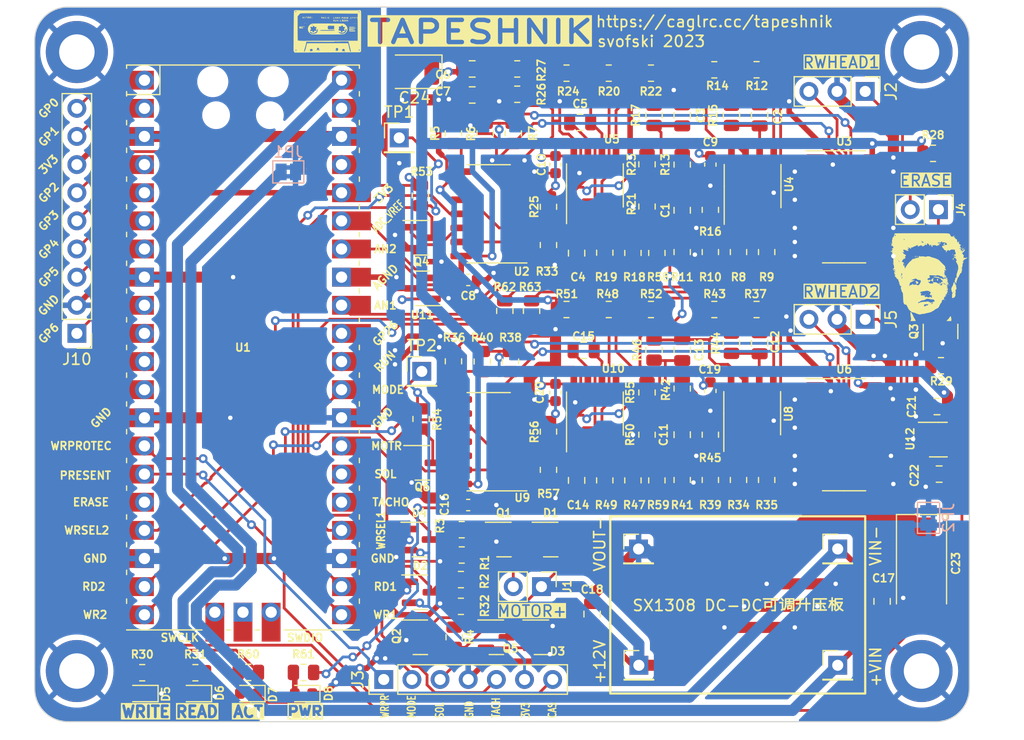
<source format=kicad_pcb>
(kicad_pcb (version 20221018) (generator pcbnew)
  (layers (0 "F.Cu" signal) (31 "B.Cu" signal) (34 "B.Paste" user) (35 "F.Paste" user) (36 "B.SilkS" user "B.Silkscreen") (37 "F.SilkS" user "F.Silkscreen") (38 "B.Mask" user) (39 "F.Mask" user) (44 "Edge.Cuts" user))
  (net 0 "")
  (net 1 "+12V")
  (net 2 "Net-(D1-A)")
  (net 3 "GND")
  (net 4 "/MOTOR")
  (net 5 "Net-(Q3-B)")
  (net 6 "/SOLENOID")
  (net 7 "/CAS_SOL")
  (net 8 "Net-(J4-Pin_1)")
  (net 9 "Net-(J4-Pin_2)")
  (net 10 "Net-(J7-Pin_1)")
  (net 11 "/CAS_PRESENT")
  (net 12 "Net-(R5-Pad1)")
  (net 13 "Net-(U3-X1)")
  (net 14 "+5V")
  (net 17 "Net-(U3-Y1)")
  (net 19 "Net-(U4A--)")
  (net 24 "Net-(U3-X0)")
  (net 25 "Net-(U3-Y0)")
  (net 26 "Net-(U4A-+)")
  (net 27 "Net-(C1-Pad1)")
  (net 28 "Net-(U4B--)")
  (net 29 "Net-(C1-Pad2)")
  (net 30 "Net-(U4B-+)")
  (net 31 "Net-(C2-Pad2)")
  (net 32 "Net-(C3-Pad2)")
  (net 33 "Net-(U5A--)")
  (net 34 "Net-(C4-Pad2)")
  (net 35 "Net-(U5A-+)")
  (net 36 "Net-(U5B-+)")
  (net 37 "Net-(R23-Pad1)")
  (net 38 "Net-(U5B--)")
  (net 39 "/CAS_ERASE")
  (net 40 "/CAS_MODE")
  (net 41 "Net-(U2-Pad13)")
  (net 42 "Net-(U2-Pad10)")
  (net 43 "Net-(U2-Pad4)")
  (net 44 "Net-(J2-Pin_3)")
  (net 45 "Net-(J2-Pin_1)")
  (net 46 "+3V3")
  (net 47 "/CAS_WRPROTEC")
  (net 48 "/CAS_TACHO")
  (net 51 "Net-(Q1-G)")
  (net 52 "Net-(Q2-G)")
  (net 53 "Net-(Q2-D)")
  (net 54 "/VIRTGND")
  (net 55 "Net-(C11-Pad1)")
  (net 56 "Net-(C11-Pad2)")
  (net 57 "Net-(U8B--)")
  (net 58 "Net-(C12-Pad2)")
  (net 59 "Net-(C13-Pad2)")
  (net 60 "Net-(U10A--)")
  (net 61 "Net-(C14-Pad2)")
  (net 62 "Net-(U10B--)")
  (net 63 "Net-(J5-Pin_1)")
  (net 64 "Net-(J5-Pin_3)")
  (net 65 "Net-(U8A--)")
  (net 66 "Net-(U6-X0)")
  (net 67 "Net-(U6-Y0)")
  (net 68 "Net-(U8A-+)")
  (net 69 "Net-(R36-Pad1)")
  (net 70 "Net-(U6-X1)")
  (net 71 "Net-(U6-Y1)")
  (net 72 "Net-(U8B-+)")
  (net 73 "Net-(U10A-+)")
  (net 74 "Net-(U10B-+)")
  (net 75 "Net-(R55-Pad1)")
  (net 76 "/CAS_WR2")
  (net 77 "/CAS_RD1")
  (net 78 "/CAS_WRSEL1")
  (net 79 "/CAS_WR1")
  (net 80 "/CAS_WRSEL2")
  (net 81 "Net-(U9-Pad13)")
  (net 82 "Net-(U9-Pad10)")
  (net 83 "Net-(U9-Pad4)")
  (net 84 "/CAS_RD2")
  (net 85 "Net-(Q4-G)")
  (net 86 "Net-(Q6-G)")
  (net 87 "/ADC1")
  (net 88 "/ADC2")
  (net 89 "Net-(U1-ADC_VREF)")
  (net 90 "GNDD")
  (net 91 "/VBUS")
  (net 92 "Net-(U12-BP)")
  (net 93 "Net-(D5-A)")
  (net 94 "Net-(D6-A)")
  (net 95 "Net-(D7-A)")
  (net 96 "Net-(D8-A)")
  (net 97 "/LED_WRITE")
  (net 98 "/LED_READ")
  (net 99 "/LED_ACTIVITY")
  (net 100 "Net-(J10-Pin_1)")
  (net 101 "Net-(J10-Pin_3)")
  (net 102 "Net-(J10-Pin_4)")
  (net 103 "Net-(J10-Pin_5)")
  (net 104 "Net-(J10-Pin_6)")
  (net 105 "Net-(J10-Pin_8)")
  (net 106 "Net-(J10-Pin_9)")
  (net 107 "Net-(U3-A)")
  (net 108 "Net-(U6-A)")
  (footprint "Capacitor_SMD:C_0603_1608Metric" (layer "F.Cu") (at 193.04 50.8 90)
    (fp_text reference "C10")
    (fp_text value "0.1u")
  )
  (footprint "Capacitor_SMD:C_0805_2012Metric" (layer "F.Cu") (at 195.265 46.99)
    (fp_text reference "C5")
    (fp_text value "0.1u")
  )
  (footprint "Capacitor_SMD:C_0805_2012Metric" (layer "F.Cu") (at 227.457 72.644 180)
    (fp_text reference "C21")
    (fp_text value "10.0u/25V")
  )
  (footprint "Connector_PinHeader_2.54mm:PinHeader_1x01_P2.54mm_Vertical" (layer "F.Cu") (at 180.975 69.469)
    (fp_text reference "TP2")
    (fp_text value "Conn_01x01_Pin")
  )
  (footprint "Resistor_SMD:R_0805_2012Metric" (layer "F.Cu") (at 207.01 75.184 -90)
    (fp_text reference "R45")
    (fp_text value "2K7")
  )
  (footprint "LOGO" (layer "F.Cu") (at 172.466 38.735)
    (fp_text reference "G***" hide)
    (fp_text value "LOGO" hide)
  )
  (footprint "Resistor_SMD:R_0805_2012Metric" (layer "F.Cu") (at 207.01 58.6975 -90)
    (fp_text reference "R10")
    (fp_text value "330K")
  )
  (footprint "Resistor_SMD:R_0805_2012Metric" (layer "F.Cu") (at 201.295 50.7765 90)
    (fp_text reference "R23")
    (fp_text value "2M2")
  )
  (footprint "Capacitor_SMD:C_0805_2012Metric" (layer "F.Cu") (at 222.504 90.231 90)
    (fp_text reference "C17")
    (fp_text value "10.0u/25V")
  )
  (footprint "Capacitor_SMD:C_0805_2012Metric" (layer "F.Cu") (at 211.455 46.355 90)
    (fp_text reference "C2")
    (fp_text value "180p")
  )
  (footprint "Resistor_SMD:R_0805_2012Metric" (layer "F.Cu") (at 180.914 73.7635 90)
    (fp_text reference "R54")
    (fp_text value "4K7")
  )
  (footprint "Package_TO_SOT_SMD:SOT-23" (layer "F.Cu") (at 227.777 65.8645 90)
    (fp_text reference "Q3")
    (fp_text value "S8050")
  )
  (footprint "Resistor_SMD:R_0805_2012Metric" (layer "F.Cu") (at 188.976 68.58 90)
    (fp_text reference "R38")
    (fp_text value "470")
  )
  (footprint "Package_SO:SO-8_3.9x4.9mm_P1.27mm" (layer "F.Cu") (at 196.595 73.279 90)
    (fp_text reference "U10")
    (fp_text value "LM358")
  )
  (footprint "Resistor_SMD:R_0805_2012Metric" (layer "F.Cu") (at 194.0325 42.545)
    (fp_text reference "R24")
    (fp_text value "10K")
  )
  (footprint "Resistor_SMD:R_0805_2012Metric" (layer "F.Cu") (at 212.09 79.2715 90)
    (fp_text reference "R35")
    (fp_text value "10K")
  )
  (footprint "Resistor_SMD:R_0805_2012Metric" (layer "F.Cu") (at 186.436 68.58 90)
    (fp_text reference "R40")
    (fp_text value "470")
  )
  (footprint "Resistor_SMD:R_0805_2012Metric" (layer "F.Cu") (at 201.6525 63.881)
    (fp_text reference "R52")
    (fp_text value "10K")
  )
  (footprint "Resistor_SMD:R_0805_2012Metric" (layer "F.Cu") (at 184.5075 90.678 180)
    (fp_text reference "R32")
    (fp_text value "100K")
  )
  (footprint "Package_SO:SOIC-14_3.9x8.7mm_P1.27mm" (layer "F.Cu") (at 187.01 75.819 180)
    (fp_text reference "U9")
    (fp_text value "74HC14")
  )
  (footprint "MountingHole:MountingHole_3.2mm_M3_DIN965_Pad" (layer "F.Cu") (at 149.86 96.52)
    (fp_text reference "H2" hide)
    (fp_text value "MountingHole_Pad")
  )
  (footprint "Resistor_SMD:R_0805_2012Metric" (layer "F.Cu") (at 184.5795 83.759)
    (fp_text reference "R3")
    (fp_text value "47")
  )
  (footprint "Resistor_SMD:R_0805_2012Metric" (layer "F.Cu") (at 212.09 58.6975 90)
    (fp_text reference "R9")
    (fp_text value "10K")
  )
  (footprint "Resistor_SMD:R_0805_2012Metric" (layer "F.Cu") (at 197.485 79.309 90)
    (fp_text reference "R49")
    (fp_text value "56K")
  )
  (footprint "Resistor_SMD:R_0805_2012Metric" (layer "F.Cu") (at 192.405 78.359 -90)
    (fp_text reference "R57")
    (fp_text value "N/C")
  )
  (footprint "Resistor_SMD:R_0805_2012Metric" (layer "F.Cu") (at 189.5875 42.164 180)
    (fp_text reference "R26")
    (fp_text value "3K3")
  )
  (footprint "Package_TO_SOT_SMD:SOT-23" (layer "F.Cu") (at 191.77 93.472)
    (fp_text reference "D3")
    (fp_text value "BAT54S")
  )
  (footprint "Capacitor_Tantalum_SMD:CP_EIA-7343-31_Kemet-D" (layer "F.Cu") (at 226.06 86.8035 -90)
    (fp_text reference "C23")
    (fp_text value "220.0/16V")
  )
  (footprint "Resistor_SMD:R_0805_2012Metric" (layer "F.Cu") (at 208.915 66.929 90)
    (fp_text reference "R44")
    (fp_text value "47K")
  )
  (footprint "Package_SO:SO-8_3.9x4.9mm_P1.27mm" (layer "F.Cu") (at 210.785 73.244 90)
    (fp_text reference "U8")
    (fp_text value "LM358")
  )
  (footprint "Resistor_SMD:R_0805_2012Metric" (layer "F.Cu") (at 183.835 47.9825 90)
    (fp_text reference "R5")
    (fp_text value "10K")
  )
  (footprint "Capacitor_SMD:C_0805_2012Metric" (layer "F.Cu") (at 227.65 78.74)
    (fp_text reference "C22")
    (fp_text value "0.1u")
  )
  (footprint "Resistor_SMD:R_0805_2012Metric" (layer "F.Cu") (at 227.0995 49.784)
    (fp_text reference "R28")
    (fp_text value "220")
  )
  (footprint "Capacitor_SMD:C_0603_1608Metric" (layer "F.Cu") (at 193.04 71.374 90)
    (fp_text reference "C20")
    (fp_text value "0.1u")
  )
  (footprint "LED_SMD:LED_0603_1608Metric" (layer "F.Cu") (at 170.307 98.552 180)
    (fp_text reference "D8")
    (fp_text value "orange")
  )
  (footprint "Connector_PinHeader_2.54mm:PinHeader_1x01_P2.54mm_Vertical" (layer "F.Cu") (at 218.5 85.5)
    (fp_text reference "J7" hide)
    (fp_text value "Conn_01x01_Pin")
  )
  (footprint "Capacitor_SMD:C_0805_2012Metric" (layer "F.Cu") (at 211.455 66.929 90)
    (fp_text reference "C12")
    (fp_text value "180p")
  )
  (footprint "Resistor_SMD:R_0805_2012Metric" (layer "F.Cu") (at 207.3675 63.881 180)
    (fp_text reference "R43")
    (fp_text value "47K")
  )
  (footprint "Resistor_SMD:R_0805_2012Metric" (layer "F.Cu") (at 201.295 54.5865 90)
    (fp_text reference "R21")
    (fp_text value "2K7")
  )
  (footprint "Connector_PinHeader_2.54mm:PinHeader_1x01_P2.54mm_Vertical" (layer "F.Cu") (at 218.5 96)
    (fp_text reference "J6" hide)
    (fp_text value "Conn_01x01_Pin")
  )
  (footprint "Capacitor_SMD:C_0805_2012Metric" (layer "F.Cu") (at 196.342 91.374 90)
    (fp_text reference "C18")
    (fp_text value "10.0u/25V")
  )
  (footprint "Resistor_SMD:R_0805_2012Metric" (layer "F.Cu") (at 208.915 46.355 90)
    (fp_text reference "R15")
    (fp_text value "47K")
  )
  (footprint "Package_TO_SOT_SMD:SOT-23" (layer "F.Cu") (at 181.0281 77.724)
    (fp_text reference "Q6")
    (fp_text value "AO3400")
  )
  (footprint "Resistor_SMD:R_0805_2012Metric" (layer "F.Cu") (at 201.93 46.355 90)
    (fp_text reference "R17")
    (fp_text value "330K")
  )
  (footprint "Capacitor_SMD:C_0603_1608Metric" (layer "F.Cu") (at 207.01 50.8 90)
    (fp_text reference "C9")
    (fp_text value "0.1u")
  )
  (footprint "Connector_PinHeader_2.54mm:PinHeader_1x01_P2.54mm_Vertical" (layer "F.Cu") (at 200.56 96)
    (fp_text reference "J9" hide)
    (fp_text value "Conn_01x01_Pin")
  )
  (footprint "Connector_PinHeader_2.54mm:PinHeader_1x02_P2.54mm_Vertical" (layer "F.Cu") (at 227.584 54.864 -90)
    (fp_text reference "J4")
    (fp_text value "ERASERHEAD")
  )
  (footprint "Resistor_SMD:R_0805_2012Metric" (layer "F.Cu") (at 189.5875 44.45)
    (fp_text reference "R27")
    (fp_text value "2K2")
  )
  (footprint "Resistor_SMD:R_0805_2012Metric" (layer "F.Cu") (at 192.405 74.9065 -90)
    (fp_text reference "R56")
    (fp_text value "1K")
  )
  (footprint "Capacitor_SMD:C_0805_2012Metric" (layer "F.Cu") (at 204.47 67.5405 -90)
    (fp_text reference "C13")
    (fp_text value "2000p")
  )
  (footprint "Capacitor_SMD:C_0805_2012Metric" (layer "F.Cu") (at 194.945 79.309 90)
    (fp_text reference "C14")
    (fp_text value "150p")
  )
  (footprint "LED_SMD:LED_0603_1608Metric" (layer "F.Cu") (at 155.702 98.552 180)
    (fp_text reference "D5")
    (fp_text value "red")
  )
  (footprint "Resistor_SMD:R_0805_2012Metric" (layer "F.Cu") (at 170.307 96.647)
    (fp_text reference "R61")
    (fp_text value "760")
  )
  (footprint "Resistor_SMD:R_0805_2012Metric" (layer "F.Cu") (at 207.01 79.2715 -90)
    (fp_text reference "R39")
    (fp_text value "330K")
  )
  (footprint "Resistor_SMD:R_0805_2012Metric" (layer "F.Cu") (at 227.8145 68.961)
    (fp_text reference "R29")
    (fp_text value "1K")
  )
  (footprint "Package_SO:SOIC-14_3.9x8.7mm_P1.27mm" (layer "F.Cu") (at 187.01 55.245 180)
    (fp_text reference "U2")
    (fp_text value "74HC14")
  )
  (footprint "Resistor_SMD:R_0805_2012Metric" (layer "F.Cu") (at 202.184 58.7775 -90)
    (fp_text reference "R58")
    (fp_text value "N/C")
  )
  (footprint "Resistor_SMD:R_0805_2012Metric" (layer "F.Cu") (at 183.896 93.472 90)
    (fp_text reference "R4")
    (fp_text value "22K")
  )
  (footprint "Resistor_SMD:R_0805_2012Metric" (layer "F.Cu") (at 180.848 53.594 90)
    (fp_text reference "R53")
    (fp_text value "4K7")
  )
  (footprint "Resistor_SMD:R_0805_2012Metric" (layer "F.Cu") (at 209.55 79.2715 -90)
    (fp_text reference "R34")
    (fp_text value "10K")
  )
  (footprint "Resistor_SMD:R_0805_2012Metric" (layer "F.Cu") (at 211.1775 63.881 180)
    (fp_text reference "R37")
    (fp_text value "100K")
  )
  (footprint "Resistor_SMD:R_0805_2012Metric" (layer "F.Cu") (at 201.6525 42.545)
    (fp_text reference "R22")
    (fp_text value "10K")
  )
  (footprint "Resistor_SMD:R_0805_2012Metric" (layer "F.Cu") (at 207.01 54.8875 -90)
    (fp_text reference "R16")
    (fp_text value "2K7")
  )
  (footprint "MountingHole:MountingHole_3.2mm_M3_DIN965_Pad" (layer "F.Cu") (at 149.86 40.64)
    (fp_text reference "H1" hide)
    (fp_text value "MountingHole_Pad")
  )
  (footprint "Resistor_SMD:R_0805_2012Metric" (layer "F.Cu") (at 197.8425 63.881 180)
    (fp_text reference "R48")
    (fp_text value "47K")
  )
  (footprint "Resistor_SMD:R_0805_2012Metric" (layer "F.Cu") (at 207.3675 42.24158 180)
    (fp_text reference "R14")
    (fp_text value "47K")
  )
  (footprint "Capacitor_SMD:C_0805_2012Metric" (layer "F.Cu") (at 185.5235 44.516 180)
    (fp_text reference "C7")
    (fp_text value "10.0u/25V")
  )
  (footprint "Resistor_SMD:R_0805_2012Metric" (layer "F.Cu") (at 165.3285 96.647)
    (fp_text reference "R60")
    (fp_text value "470")
  )
  (footprint "Resistor_SMD:R_0805_2012Metric" (layer "F.Cu") (at 188.468 64.008 90)
    (fp_text reference "R62")
    (fp_text value "47")
  )
  (footprint "Resistor_SMD:R_0805_2012Metric" (layer "F.Cu") (at 194.0325 63.881)
    (fp_text reference "R51")
    (fp_text value "10K")
  )
  (footprint "MountingHole:MountingHole_3.2mm_M3_DIN965_Pad" (layer "F.Cu") (at 226.06 96.52)
    (fp_text reference "H4" hide)
    (fp_text value "MountingHole_Pad")
  )
  (footprint "Capacitor_SMD:C_0805_2012Metric" (layer "F.Cu") (at 185.5235 42.164)
    (fp_text reference "C6")
    (fp_text value "10.0u/25V")
  )
  (footprint "Package_TO_SOT_SMD:SOT-23" (layer "F.Cu") (at 180.848 93.472)
    (fp_text reference "Q2")
    (fp_text value "AO3400")
  )
  (footprint "Resistor_SMD:R_0805_2012Metric" (layer "F.Cu") (at 184.5075 88.265)
    (fp_text reference "R2")
    (fp_text value "47")
  )
  (footprint "Package_SO:SO-8_3.9x4.9mm_P1.27mm" (layer "F.Cu") (at 196.595 52.6815 90)
    (fp_text reference "U5")
    (fp_text value "LM358")
  )
  (footprint "Capacitor_SMD:C_0603_1608Metric" (layer "F.Cu") (at 185.166 81.534 180)
    (fp_text reference "C16")
    (fp_text value "0.1u")
  )
  (footprint "MountingHole:MountingHole_3.2mm_M3_DIN965_Pad" (layer "F.Cu") (at 226.06 40.64)
    (fp_text reference "H3" hide)
    (fp_text value "MountingHole_Pad")
  )
  (footprint "Package_TO_SOT_SMD:SOT-23" (layer "F.Cu") (at 180.9519 57.404)
    (fp_text reference "Q4")
    (fp_text value "AO3400")
  )
  (footprint "Capacitor_SMD:C_0603_1608Metric" (layer "F.Cu") (at 185.166 61.214 180)
    (fp_text reference "C8")
    (fp_text value "0.1u")
  )
  (footprint "Resistor_SMD:R_0805_2012Metric" (layer "F.Cu") (at 200.025 58.7775 -90)
    (fp_text reference "R18")
    (fp_text value "3K9")
  )
  (footprint "Resistor_SMD:R_0805_2012Metric" (layer "F.Cu") (at 204.47 50.8 -90)
    (fp_text reference "R13")
    (fp_text value "6K8")
  )
  (footprint "MCU_RaspberryPi_and_Boards:RPi_Pico_SMD_TH" (layer "F.Cu") (at 164.846 67.31)
    (fp_text reference "U1")
    (fp_text value "Pico")
  )
  (footprint "Resistor_SMD:R_0805_2012Metric" (layer "F.Cu") (at 211.1775 42.236686 180)
    (fp_text reference "R12")
    (fp_text value "100K")
  )
  (footprint "Capacitor_Tantalum_SMD:CP_EIA-3528-21_Kemet-B" (layer "F.Cu") (at 180.34 42.418 180)
    (fp_text reference "C24")
    (fp_text value "47.0/16V")
  )
  (footprint "Resistor_SMD:R_0805_2012Metric" (layer "F.Cu") (at 204.47 79.2715 -90)
    (fp_text reference "R41")
    (fp_text value "2K7")
  )
  (footprint "Resistor_SMD:R_0805_2012Metric" (layer "F.Cu") (at 192.405 54.61 -90)
    (fp_text reference "R25")
    (fp_text value "1K")
  )
  (footprint "Package_TO_SOT_SMD:SOT-23" (layer "F.Cu") (at 192.6105 84.648)
    (fp_text reference "D1")
    (fp_text value "BAT54S")
  )
  (footprint "Resistor_SMD:R_0805_2012Metric" (layer "F.Cu") (at 190.881 64.008 90)
    (fp_text reference "R63")
    (fp_text value "47")
  )
  (footprint "Resistor_SMD:R_0805_2012Metric" (layer "F.Cu") (at 155.7547 96.6724)
    (fp_text reference "R30")
    (fp_text value "470")
  )
  (footprint "Resistor_SMD:R_0805_2012Metric" (layer "F.Cu") (at 202.184 79.309 -90)
    (fp_text reference "R59")
    (fp_text value "N/C")
  )
  (footprint "Capacitor_SMD:C_0603_1608Metric" (layer "F.Cu") (at 207.01 71.234 90)
    (fp_text reference "C19")
    (fp_text value "0.1u")
  )
  (footprint "Resistor_SMD:R_0805_2012Metric" (layer "F.Cu") (at 183.835 68.5565 90)
    (fp_text reference "R36")
    (fp_text value "10K")
  )
  (footprint "Connector_PinHeader_2.54mm:PinHeader_1x01_P2.54mm_Vertical" (layer "F.Cu") (at 200.533 85.5)
    (fp_text reference "J8" hide)
    (fp_text value "Conn_01x01_Pin")
  )
  (footprint "Resistor_SMD:R_0805_2012Metric" (layer "F.Cu") (at 192.405 58.0625 -90)
    (fp_text reference "R33")
    (fp_text value "N/C")
  )
  (footprint "Package_TO_SOT_SMD:SOT-23" (layer "F.Cu") (at 187.706 93.472)
    (fp_text reference "Q5")
    (fp_text value "AP3101")
  )
  (footprint "Capacitor_SMD:C_0805_2012Metric" (layer "F.Cu") (at 194.945 58.7915 90)
    (fp_text reference "C4")
    (fp_text value "150p")
  )
  (footprint "Resistor_SMD:R_0805_2012Metric" (layer "F.Cu") (at 186.69 47.9825 90)
    (fp_text reference "R6")
    (fp_text value "470")
  )
  (footprint "Package_SO:SO-16_3.9x9.9mm_P1.27mm" (layer "F.Cu") (at 219.075 54.61)
    (fp_text reference "U3")
    (fp_text value "74HC4052D")
  )
  (footprint "Capacitor_SMD:C_0805_2012Metric" (layer "F.Cu") (at 204.47 54.925 90)
    (fp_text reference "C1")
    (fp_text value "0.1u")
  )
  (footprint "Resistor_SMD:R_0805_2012Metric" (layer "F.Cu") (at 201.93 67.5405 90)
    (fp_text reference "R46")
    (fp_text value "330K")
  )
  (footprint "Resistor_SMD:R_0805_2012Metric" (layer "F.Cu") (at 201.295 75.184 90)
    (fp_text reference "R50")
    (fp_text value "2K7")
  )
  (footprint "Capacitor_SMD:C_0805_2012Metric" (layer "F.Cu") (at 204.47 75.184 90)
    (fp_text reference "C11")
    (fp_text value "0.1u")
  )
  (footprint "Connector_PinHeader_2.54mm:PinHeader_1x03_P2.54mm_Vertical" (layer "F.Cu") (at 220.98 64.77 -90)
    (fp_text reference "J5")
    (fp_text value "RW_HEAD")
  )
  (footprint "Resistor_SMD:R_0805_2012Metric" (layer "F.Cu") (at 197.8425 42.545 180)
    (fp_text reference "R20")
    (fp_text value "47K")
  )
  (footprint "Package_TO_SOT_SMD:SOT-23" (layer "F.Cu") (at 180.7695 84.648)
    (fp_text reference "D4")
    (fp_text value "BAT54S")
  )
  (footprint "Resistor_SMD:R_0805_2012Metric" (layer "F.Cu") (at 184.5795 86.045 180)
    (fp_text reference "R1")
    (fp_text value "100K")
  )
  (footprint "Resistor_SMD:R_0805_2012Metric" (layer "F.Cu") (at 200.025 79.309 -90)
    (fp_text reference "R47")
    (fp_text value "3K9")
  )
  (footprint "Resistor_SMD:R_0805_2012Metric" (layer "F.Cu") (at 209.55 58.6975 -90)
    (fp_text reference "R8")
    (fp_text value "10K")
  )
  (footprint "Resistor_SMD:R_0805_2012Metric" (layer "F.Cu") (at 204.47 71.0165 -90)
    (fp_text reference "R42")
    (fp_text value "6K8")
  )
  (footprint "LED_SMD:LED_0603_1608Metric" (layer "F.Cu") (at 165.354 98.552 180)
    (fp_text reference "D7")
    (fp_text value "green")
  )
  (footprint "Resistor_SMD:R_0805_2012Metric" (layer "F.Cu") (at 201.295 71.374 90)
    (fp_text reference "R55")
    (fp_text value "2M2")
  )
  (footprint "Capacitor_SMD:C_0805_2012Metric" (layer "F.Cu") (at 195.58 67.564)
    (fp_text reference "C15")
    (fp_text value "0.1u")
  )
  (footprint "Package_SO:SO-16_3.9x9.9mm_P1.27mm" (layer "F.Cu") (at 219.075 75.184)
    (fp_text reference "U6")
    (fp_text value "74HC4052D")
  )
  (footprint "Resistor_SMD:R_0805_2012Metric" (layer "F.Cu") (at 197.485 58.754 90)
    (fp_text reference "R19")
    (fp_text value "56K")
  )
  (footprint "Connector_PinHeader_2.54mm:PinHeader_1x07_P2.54mm_Vertical" (layer "F.Cu") (at 177.546 97.282 90)
    (fp_text reference "J3")
    (fp_text value "Conn_01x07")
  )
  (footprint "Package_TO_SOT_SMD:SOT-23" (layer "F.Cu") (at 188.3895 84.648)
    (fp_text reference "Q1")
    (fp_text value "AO3400")
  )
  (footprint "Capacitor_SMD:C_0805_2012Metric" (layer "F.Cu") (at 204.47 46.355 -90)
    (fp_text reference "C3")
    (fp_text value "2000p")
  )
  (footprint "Connector_PinHeader_2.54mm:PinHeader_1x01_P2.54mm_Vertical" (layer "F.Cu") (at 178.943 48.387)
    (fp_text reference "TP1")
    (fp_text value "Conn_01x01_Pin")
  )
  (footprint "LED_SMD:LED_0603_1608Metric" (layer "F.Cu") (at 160.528 98.552 180)
    (fp_text reference "D6")
    (fp_text value "green")
  )
  (footprint "Connector_PinHeader_2.54mm:PinHeader_1x09_P2.54mm_Vertical" (layer "F.Cu") (at 149.86 66.04 180)
    (fp_text reference "J10")
    (fp_text value "Conn_01x09")
  )
  (footprint "Connector_PinHeader_2.54mm:PinHeader_1x02_P2.54mm_Vertical" (layer "F.Cu") (at 191.77 88.9 -90)
    (fp_text reference "J1")
    (fp_text value "Conn_01x02")
  )
  (footprint "LOGO" (layer "F.Cu") (at 226.695 60.96)
    (fp_text reference "G***" hide)
    (fp_text value "LOGO" hide)
  )
  (footprint "Resistor_SMD:R_0805_2012Metric" (layer "F.Cu") (at 189.23 47.9825 90)
    (fp_text reference "R7")
    (fp_text value "470")
  )
  (footprint "Resistor_SMD:R_0805_2012Metric" (layer "F.Cu") (at 160.5552 96.6724)
    (fp_text reference "R31")
    (fp_text value "470")
  )
  (footprint "Resistor_SMD:R_0805_2012Metric" (layer "F.Cu") (at 204.47 58.6975 -90)
    (fp_text reference "R11")
    (fp_text value "2K7")
  )
  (footprint "Package_TO_SOT_SMD:SOT-23-5" (layer "F.Cu") (at 227.5785 75.626)
    (fp_text reference "U12")
    (fp_text value "SPX3819M5-L-5-0")
  )
  (footprint "Connector_PinHeader_2.54mm:PinHeader_1x03_P2.54mm_Vertical" (layer "F.Cu") (at 220.98 44.196 -90)
    (fp_text reference "J2")
    (fp_text value "RW_HEAD")
  )
  (footprint "Package_SO:SO-8_3.9x4.9mm_P1.27mm" (layer "F.Cu") (at 210.82 52.74 90)
    (fp_text reference "U4")
    (fp_text value "LM358")
  )
  (footprint "Package_TO_SOT_SMD:SOT-23" (layer "F.Cu") (at 181.0235 61.976 180)
    (fp_text reference "U11")
    (fp_text value "REF3030")
  )
  (footprint "Package_TO_SOT_SMD:SOT-23" (layer "F.Cu") (at 180.848 89.408)
    (fp_text reference "D2")
    (fp_text value "BAT54S")
  )
  (footprint "Jumper:SolderJumper-2_P1.3mm_Bridged2Bar_Pad1.0x1.5mm" (layer "B.Cu") (at 226.695 82.692 90)
    (fp_text reference "JP2")
    (fp_text value "SolderJumper_2_Bridged")
  )
  (footprint "Jumper:SolderJumper-2_P1.3mm_Bridged2Bar_Pad1.0x1.5mm" (layer "B.Cu") (at 168.9354 51.4604 180)
    (fp_text reference "JP1")
    (fp_text value "SolderJumper_2_Bridged")
  )
  (gr_rect (start 197.98 82.55) (end 220.98 98.55) (stroke (width 0.2)) (fill none) (layer "F.SilkS"))
  (gr_line (start 149.05 36.576) (end 227.378 36.576) (stroke (width 0.1)) (layer "Edge.Cuts"))
  (gr_arc (start 227.378 36.576) (mid 229.49932 37.45468) (end 230.378 39.576) (stroke (width 0.1)) (layer "Edge.Cuts"))
  (gr_line (start 230.378 39.576) (end 230.378 98.092) (stroke (width 0.1)) (layer "Edge.Cuts"))
  (gr_arc (start 149.05 101.092) (mid 146.92868 100.21332) (end 146.05 98.092) (stroke (width 0.1)) (layer "Edge.Cuts"))
  (gr_arc (start 146.05 39.576) (mid 146.92868 37.45468) (end 149.05 36.576) (stroke (width 0.1)) (layer "Edge.Cuts"))
  (gr_line (start 227.378 101.092) (end 149.05 101.092) (stroke (width 0.1)) (layer "Edge.Cuts"))
  (gr_arc (start 230.378 98.092) (mid 229.49932 100.21332) (end 227.378 101.092) (stroke (width 0.1)) (layer "Edge.Cuts"))
  (gr_line (start 146.05 98.092) (end 146.05 39.576) (stroke (width 0.1)) (layer "Edge.Cuts"))
  (gr_text "TAPESHNIK" (at 176 40) (layer "F.Cu") (effects (font (size 2 2.5) (thickness 0.5) bold) (justify left bottom)))
  (gr_text "svofski 2023" (at 196.723 40.259) (layer "F.SilkS") (effects (font (size 1 1)) (justify left bottom)))
  (gr_text "SOL" (at 183.007 100.838 90) (layer "F.SilkS") (effects (font (size 0.7 0.5) (thickness 0.125) bold) (justify left bottom)))
  (gr_text "RWHEAD1" (at 215.265 42.164) (layer "F.SilkS" knockout) (effects (font (size 1 1)) (justify left bottom)))
  (gr_text "https://caglrc.cc/tapeshnik" (at 196.596 38.481) (layer "F.SilkS") (effects (font (size 1 1)) (justify left bottom)))
  (gr_text "PWR" (at 168.7068 100.7872) (layer "F.SilkS" knockout) (effects (font (size 1 1) (thickness 0.25) bold) (justify left bottom)))
  (gr_text "3V3" (at 190.754 100.838 90) (layer "F.SilkS") (effects (font (size 0.7 0.5) (thickness 0.125) bold) (justify left bottom)))
  (gr_text "RWHEAD2" (at 215.265 62.865) (layer "F.SilkS" knockout) (effects (font (size 1 1)) (justify left bottom)))
  (gr_text "VOUT-" (at 197.612 87.63 90) (layer "F.SilkS") (effects (font (size 1 1)) (justify left bottom)))
  (gr_text "+VIN" (at 222.504 98.044 90) (layer "F.SilkS") (effects (font (size 1 1)) (justify left bottom)))
  (gr_text "GND" (at 185.674 100.838 90) (layer "F.SilkS") (effects (font (size 0.7 0.5) (thickness 0.125) bold) (justify left bottom)))
  (gr_text "READ" (at 158.6482 100.7872) (layer "F.SilkS" knockout) (effects (font (size 1 1) (thickness 0.25) bold) (justify left bottom)))
  (gr_text "ACT" (at 163.83 100.7872) (layer "F.SilkS" knockout) (effects (font (size 1 1) (thickness 0.25) bold) (justify left bottom)))
  (gr_text "TAPESHNIK" (at 176 40) (layer "F.SilkS" knockout) (effects (font (size 2 2.5) (thickness 0.4) bold) (justify left bottom)))
  (gr_text "MOTOR+" (at 187.706 91.694) (layer "F.SilkS" knockout) (effects (font (size 1 1)) (justify left bottom)))
  (gr_text "MODE" (at 180.467 100.838 90) (layer "F.SilkS") (effects (font (size 0.7 0.5) (thickness 0.125) bold) (justify left bottom)))
  (gr_text "CAS" (at 193.167 100.838 90) (layer "F.SilkS") (effects (font (size 0.7 0.5) (thickness 0.125) bold) (justify left bottom)))
  (gr_text "TACH" (at 188.087 100.838 90) (layer "F.SilkS") (effects (font (size 0.7 0.5) (thickness 0.125) bold) (justify left bottom)))
  (gr_text "+12V" (at 197.612 97.79 90) (layer "F.SilkS") (effects (font (size 1 1)) (justify left bottom)))
  (gr_text "ERASE" (at 224.028 52.832) (layer "F.SilkS" knockout) (effects (font (size 1 1)) (justify left bottom)))
  (gr_text "WRPR" (at 178.054 100.838 90) (layer "F.SilkS") (effects (font (size 0.7 0.5) (thickness 0.125) bold) (justify left bottom)))
  (gr_text "SX1308 DC-DC可调升压板" (at 199.898 91.186) (layer "F.SilkS") (effects (font (size 1 1)) (justify left bottom)))
  (gr_text "WRITE" (at 153.7716 100.7872) (layer "F.SilkS" knockout) (effects (font (size 1 1) (thickness 0.25) bold) (justify left bottom)))
  (gr_text "VIN-" (at 222.504 87.122 90) (layer "F.SilkS") (effects (font (size 1 1)) (justify left bottom)))
  (segment (start 188.514 91.897) (end 188.6435 92.0265) (width 0.25) (layer "F.Cu") (net 1))
  (segment (start 215.733 82.677) (end 225.044 82.677) (width 1) (layer "F.Cu") (net 1))
  (segment (start 191.77 88.9) (end 193.137 87.533) (width 0.25) (layer "F.Cu") (net 1))
  (segment (start 200.56 96) (end 200.018 96) (width 0.5) (layer "F.Cu") (net 1))
  (segment (start 188.6435 92.0265) (end 191.77 88.9) (width 0.25) (layer "F.Cu") (net 1))
  (segment (start 185.321749 92.5595) (end 185.984249 91.897) (width 0.25) (layer "F.Cu") (net 1))
  (segment (start 227.4285 75.972751) (end 226.825251 76.576) (width 0.25) (layer "F.Cu") (net 1))
  (segment (start 225.044 76.962) (end 225.044 82.677) (width 0.5) (layer "F.Cu") (net 1))
  (segment (start 226.825251 74.676) (end 227.4285 75.279249) (width 0.25) (layer "F.Cu") (net 1))
  (segment (start 200.56 96) (end 202.41 96) (width 1) (layer "F.Cu") (net 1))
  (segment (start 200.018 96) (end 196.342 92.324) (width 0.5) (layer "F.Cu") (net 1))
  (segment (start 227.4285 75.279249) (end 227.4285 75.972751) (width 0.25) (layer "F.Cu") (net 1))
  (segment (start 226.441 76.576) (end 225.43 76.576) (width 0.5) (layer "F.Cu") (net 1))
  (segment (start 188.6435 93.472) (end 188.6435 92.0265) (width 0.25) (layer "F.Cu") (net 1))
  (segment (start 185.984249 91.897) (end 188.514 91.897) (width 0.25) (layer "F.Cu") (net 1))
  (segment (start 226.825251 76.576) (end 226.441 76.576) (width 0.25) (layer "F.Cu") (net 1))
  (segment (start 225.43 76.576) (end 225.044 76.962) (width 0.5) (layer "F.Cu") (net 1))
  (segment (start 193.137 87.533) (end 193.137 84.648) (width 0.25) (layer "F.Cu") (net 1))
  (segment (start 202.41 96) (end 215.733 82.677) (width 1) (layer "F.Cu") (net 1))
  (segment (start 226.441 74.676) (end 226.825251 74.676) (width 0.25) (layer "F.Cu") (net 1))
  (segment (start 225.044 82.677) (end 225.338 82.971) (width 1) (layer "F.Cu") (net 1))
  (segment (start 183.896 92.5595) (end 185.321749 92.5595) (width 0.25) (layer "F.Cu") (net 1))
  (segment (start 200.56 94.06) (end 195.4 88.9) (width 1) (layer "B.Cu") (net 1))
  (segment (start 195.4 88.9) (end 191.77 88.9) (width 1) (layer "B.Cu") (net 1))
  (segment (start 200.56 96) (end 200.56 94.06) (width 1) (layer "B.Cu") (net 1))
  (segment (start 189.327 84.648) (end 190.312 84.648) (width 0.25) (layer "F.Cu") (net 2))
  (segment (start 189.23 88.9) (end 189.23 84.745) (width 0.25) (layer "F.Cu") (net 2))
  (segment (start 190.312 84.648) (end 191.262 83.698) (width 0.25) (layer "F.Cu") (net 2))
  (segment (start 189.23 84.745) (end 189.327 84.648) (width 0.25) (layer "F.Cu") (net 2))
  (segment (start 192.405 45.466) (end 192.786 45.847) (width 0.25) (layer "F.Cu") (net 3))
  (segment (start 192.396 45.475) (end 192.405 45.466) (width 0.25) (layer "F.Cu") (net 3))
  (segment (start 178.054 61.595) (end 178.689 60.96) (width 0.5) (layer "F.Cu") (net 3))
  (segment (start 200.961 74.2525) (end 200.025 75.1885) (width 0.25) (layer "F.Cu") (net 3))
  (segment (start 190.754 69.977) (end 191.643 69.088) (width 1) (layer "F.Cu") (net 3))
  (segment (start 180.086 61.976) (end 178.308 61.976) (width 0.5) (layer "F.Cu") (net 3))
  (segment (start 216.5 56.515) (end 214.63 56.515) (width 0.25) (layer "F.Cu") (net 3))
  (segment (start 194.217 48.04) (end 193.709 48.04) (width 0.25) (layer "F.Cu") (net 3))
  (segment (start 201.295 53.674) (end 200.961 53.674) (width 0.25) (layer "F.Cu") (net 3))
  (segment (start 222.504 47.117) (end 223.012 47.625) (width 1) (layer "F.Cu") (net 3))
  (segment (start 192.786 45.847) (end 192.786 46.863) (width 0.25) (layer "F.Cu") (net 3))
  (segment (start 179.197 44.958) (end 182.499 44.958) (width 1) (layer "F.Cu") (net 3))
  (segment (start 182.624 62.101) (end 183.388 62.865) (width 0.25) (layer "F.Cu") (net 3))
  (segment (start 180.0144 58.354) (end 179.766 58.354) (width 0.5) (layer "F.Cu") (net 3))
  (segment (start 218.44 64.77) (end 218.44 65.151) (width 1) (layer "F.Cu") (net 3))
  (segment (start 212.725 55.315) (end 212.725 53.34) (width 0.25) (layer "F.Cu") (net 3))
  (segment (start 199.771 45.72) (end 201.168 44.323) (width 0.5) (layer "F.Cu") (net 3))
  (segment (start 206.455 55.8) (end 205.74 56.515) (width 0.25) (layer "F.Cu") (net 3))
  (segment (start 216.5 53.975) (end 215.265 53.975) (width 0.25) (layer "F.Cu") (net 3))
  (segment (start 177.643 49.687) (end 177.643 46.512) (width 0.5) (layer "F.Cu") (net 3))
  (segment (start 199.3785 55.2565) (end 200.025 54.61) (width 0.25) (layer "F.Cu") (net 3))
  (segment (start 199.3785 75.835) (end 200.025 75.1885) (width 0.25) (layer "F.Cu") (net 3))
  (segment (start 193.04 51.575) (end 191.275 51.575) (width 0.25) (layer "F.Cu") (net 3))
  (segment (start 180.0906 78.674) (end 180.0906 79.472) (width 0.25) (layer "F.Cu") (net 3))
  (segment (start 191.275 72.1535) (end 191.135 72.0135) (width 0.25) (layer "F.Cu") (net 3))
  (segment (start 186.100327 48.006) (end 185.36404 47.269713) (width 0.25) (layer "F.Cu") (net 3))
  (segment (start 223.478473 71.205473) (end 223.266 70.993) (width 0.25) (layer "F.Cu") (net 3))
  (segment (start 212.725 75.8935) (end 212.725 73.9185) (width 0.25) (layer "F.Cu") (net 3))
  (segment (start 185.36404 47.269713) (end 185.360336 47.269713) (width 0.25) (layer "F.Cu") (net 3))
  (segment (start 195.315 71.766) (end 195.315 69.712) (width 0.25) (layer "F.Cu") (net 3))
  (segment (start 178.054 61.722) (end 177.292 60.96) (width 0.5) (layer "F.Cu") (net 3))
  (segment (start 178.8025 42.418) (end 178.8025 44.5635) (width 0.5) (layer "F.Cu") (net 3))
  (segment (start 182.626 66.294) (end 192.405 66.294) (width 0.25) (layer "F.Cu") (net 3))
  (segment (start 221.321726 68.032726) (end 221.702726 68.032726) (width 1) (layer "F.Cu") (net 3))
  (segment (start 183.803324 44.516) (end 183.419756 44.899568) (width 0.25) (layer "F.Cu") (net 3))
  (segment (start 177.292 60.96) (end 173.736 60.96) (width 0.5) (layer "F.Cu") (net 3))
  (segment (start 195.315 49.138) (end 194.217 48.04) (width 0.25) (layer "F.Cu") (net 3))
  (segment (start 226.441 72.644) (end 225.552 73.533) (width 0.25) (layer "F.Cu") (net 3))
  (segment (start 222.758 68.072) (end 222.758 68.095726) (width 1) (layer "F.Cu") (net 3))
  (segment (start 217.825 70.340472) (end 214.122 66.637472) (width 0.5) (layer "F.Cu") (net 3))
  (segment (start 178.308 61.976) (end 178.054 61.722) (width 0.5) (layer "F.Cu") (net 3))
  (segment (start 199.771 50.165) (end 199.771 45.72) (width 0.5) (layer "F.Cu") (net 3))
  (segment (start 178.689 61.087) (end 178.689 60.96) (width 0.25) (layer "F.Cu") (net 3))
  (segment (start 204.47 80.184) (end 204.804 80.184) (width 0.25) (layer "F.Cu") (net 3))
  (segment (start 200.961 53.674) (end 200.025 54.61) (width 0.25) (layer "F.Cu") (net 3))
  (segment (start 217.424 51.435) (end 218.059 50.8) (width 0.5) (layer "F.Cu") (net 3))
  (segment (start 221.65 77.0935) (end 223.303 77.0935) (width 0.25) (layer "F.Cu") (net 3))
  (segment (start 218.059 50.8) (end 218.059 50.000472) (width 0.5) (layer "F.Cu") (net 3))
  (segment (start 217.125878 72.009) (end 217.878014 71.256864) (width 0.5) (layer "F.Cu") (net 3))
  (segment (start 216.5 78.3635) (end 214.63 78.3635) (width 0.25) (layer "F.Cu") (net 3))
  (segment (start 198.5 75.835) (end 199.3785 75.835) (width 0.25) (layer "F.Cu") (net 3))
  (segment (start 192.405 59.283237) (end 192.975763 59.854) (width 0.25) (layer "F.Cu") (net 3))
  (segment (start 182.539244 67.301827) (end 180.094173 67.301827) (width 0.5) (layer "F.Cu") (net 3))
  (segment (start 207.01 55.8) (end 206.455 55.8) (width 0.25) (layer "F.Cu") (net 3))
  (segment (start 228.727 66.802) (end 228.092 66.802) (width 0.25) (layer "F.Cu") (net 3))
  (segment (start 187.326673 48.006) (end 186.100327 48.006) (width 0.25) (layer "F.Cu") (net 3))
  (segment (start 192.405 58.975) (end 192.405 59.283237) (width 0.25) (layer "F.Cu") (net 3))
  (segment (start 221.781274 68.032726) (end 222.695 68.032726) (width 1) (layer "F.Cu") (net 3))
  (segment (start 193.421 47.752) (end 193.421 46.863) (width 0.25) (layer "F.Cu") (net 3))
  (segment (start 216.5 51.435) (end 214.63 51.435) (width 0.25) (layer "F.Cu") (net 3))
  (segment (start 217.825 71.227) (end 217.825 70.340472) (width 0.5) (layer "F.Cu") (net 3))
  (segment (start 218.44 44.196) (end 218.44 44.577) (width 1) (layer "F.Cu") (net 3))
  (segment (start 188.675 44.45) (end 188.595 44.45) (width 0.25) (layer "F.Cu") (net 3))
  (segment (start 187.325 50.419) (end 187.715 50.029) (width 0.25) (layer "F.Cu") (net 3))
  (segment (start 178.943 50.673) (end 178.629 50.673) (width 0.5) (layer "F.Cu") (net 3))
  (segment (start 178.629 50.673) (end 177.643 49.687) (width 0.5) (layer "F.Cu") (net 3))
  (segment (start 178.8025 44.5635) (end 179.197 44.958) (width 0.5) (layer "F.Cu") (net 3))
  (segment (start 177.292 60.96) (end 178.689 60.96) (width 0.5) (layer "F.Cu") (net 3))
  (segment (start 180.211 62.101) (end 182.624 62.101) (width 0.25) (layer "F.Cu") (net 3))
  (segment (start 191.135 72.0135) (end 190.67 71.5485) (width 1) (layer "F.Cu") (net 3))
  (segment (start 188.595 44.45) (end 187.96 45.085) (width 0.25) (layer "F.Cu") (net 3))
  (segment (start 192.786 46.863) (end 192.786 48.26) (width 0.25) (layer "F.Cu") (net 3))
  (segment (start 191.643 69.088) (end 193.04 69.088) (width 1) (layer "F.Cu") (net 3))
  (segment (start 180.086 61.976) (end 180.211 62.101) (width 0.25) (layer "F.Cu") (net 3))
  (segment (start 180.0906 79.472) (end 180.0606 79.502) (width 0.25) (layer "F.Cu") (net 3))
  (segment (start 225.359 75.626) (end 225.298 75.565) (width 0.25) (layer "F.Cu") (net 3))
  (segment (start 192.405 66.294) (end 193.04 65.659) (width 0.25) (layer "F.Cu") (net 3))
  (segment (start 187.715 48.394327) (end 187.326673 48.006) (width 0.25) (layer "F.Cu") (net 3))
  (segment (start 223.52 51.435) (end 223.52 50.165) (width 0.25) (layer "F.Cu") (net 3))
  (segment (start 216.5 74.5535) (end 215.265 74.5535) (width 0.25) (layer "F.Cu") (net 3))
  (segment (start 186.817 61.214) (end 187.452 60.579) (width 0.5) (layer "F.Cu") (net 3))
  (segment (start 222.734274 68.072) (end 222.758 68.072) (width 1) (layer "F.Cu") (net 3))
  (segment (start 180.094173 67.301827) (end 178.562 68.834) (width 0.5) (layer "F.Cu") (net 3))
  (segment (start 182.626 66.294) (end 182.626 67.215071) (width 0.25) (layer "F.Cu") (net 3))
  (segment (start 215.265 74.5535) (end 214.355 74.5535) (width 0.25) (layer "F.Cu") (net 3))
  (segment (start 188.35 45.475) (end 192.396 45.475) (width 0.25) (layer "F.Cu") (net 3))
  (segment (start 221.65 56.515) (end 223.52 56.515) (width 0.25) (layer "F.Cu") (net 3))
  (segment (start 204.931 59.61) (end 205.613 58.928) (width 0.25) (layer "F.Cu") (net 3))
  (segment (start 179.324 45.085) (end 179.197 44.958) (width 0.5) (layer "F.Cu") (net 3))
  (segment (start 191.275 51.575) (end 191.135 51.435) (width 0.25) (layer "F.Cu") (net 3))
  (segment (start 214.122 66.637472) (end 214.122 65.913) (width 0.5) (layer "F.Cu") (net 3))
  (segment (start 221.65 72.0135) (end 223.436946 72.0135) (width 0.25) (layer "F.Cu") (net 3))
  (segment (start 180.0606 79.502) (end 181.4576 80.899) (width 1) (layer "F.Cu") (net 3))
  (segment (start 184.5735 44.516) (end 183.803324 44.516) (width 0.25) (layer "F.Cu") (net 3))
  (segment (start 194.818 72.263) (end 195.315 71.766) (width 0.25) (layer "F.Cu") (net 3))
  (segment (start 207.01 51.575) (end 207.01 52.705) (width 0.25) (layer "F.Cu") (net 3))
  (segment (start 195.315 51.446) (end 195.315 49.138) (width 0.25) (layer "F.Cu") (net 3))
  (segment (start 215.265 74.5535) (end 214.63 74.5535) (width 0.25) (layer "F.Cu") (net 3))
  (segment (start 201.168 44.323) (end 203.454 44.323) (width 0.5) (layer "F.Cu") (net 3))
  (segment (start 221.65 79.6335) (end 223.52 79.6335) (width 0.25) (layer "F.Cu") (net 3))
  (segment (start 179.832 66.294) (end 178.562 67.564) (width 0.5) (layer "F.Cu") (net 3))
  (segment (start 223.266 68.603726) (end 223.266 70.993) (width 1) (layer "F.Cu") (net 3))
  (segment (start 182.626 67.215071) (end 182.539244 67.301827) (width 0.25) (layer "F.Cu") (net 3))
  (segment (start 222.695 68.032726) (end 222.734274 68.072) (width 1) (layer "F.Cu") (net 3))
  (segment (start 214.122 46.063472) (end 214.122 45.085) (width 0.5) (layer "F.Cu") (net 3))
  (segment (start 190.67 71.5485) (end 190.67 70.061) (width 1) (layer "F.Cu") (net 3))
  (segment (start 215.265 53.975) (end 214.63 53.975) (width 0.25) (layer "F.Cu") (net 3))
  (segment (start 185.941 61.214) (end 185.941 62.217) (width 0.5) (layer "F.Cu") (net 3))
  (segment (start 206.455 76.3785) (end 205.74 77.0935) (width 0.25) (layer "F.Cu") (net 3))
  (segment (start 226.507 72.644) (end 226.441 72.644) (width 0.25) (layer "F.Cu") (net 3))
  (segment (start 179.766 58.354) (end 178.562 57.15) (width 0.5) (layer "F.Cu") (net 3))
  (segment (start 192.786 48.26) (end 191.897 49.149) (width 0.25) (layer "F.Cu") (net 3))
  (segment (start 203.454 44.323) (end 203.708 44.069) (width 0.5) (layer "F.Cu") (net 3))
  (segment (start 193.04 69.088) (end 193.04 65.659) (width 1) (layer "F.Cu") (net 3))
  (segment (start 181.4576 80.899) (end 182.88 80.899) (width 1) (layer "F.Cu") (net 3))
  (segment (start 216.5 77.0935) (end 214.63 77.0935) (width 0.25) (layer "F.Cu") (net 3))
  (segment (start 190.67 70.061) (end 190.754 69.977) (width 1) (layer "F.Cu") (net 3))
  (segment (start 215.265 53.975) (end 214.355 53.975) (width 0.25) (layer "F.Cu") (net 3))
  (segment (start 226.7 78.74) (end 226.7 79.624) (width 0.25) (layer "F.Cu") (net 3))
  (segment (start 216.5 51.435) (end 217.424 51.435) (width 0.5) (layer "F.Cu") (net 3))
  (segment (start 223.436946 72.0135) (end 223.478473 71.971973) (width 0.25) (layer "F.Cu") (net 3))
  (segment (start 180.0144 58.354) (end 181.2234 59.563) (width 0.5) (layer "F.Cu") (net 3))
  (segment (start 223.52 48.133) (end 223.52 50.165) (width 1) (layer "F.Cu") (net 3))
  (segment (start 201.295 74.2525) (end 200.961 74.2525) (width 0.25) (layer "F.Cu") (net 3))
  (segment (start 225.552 67.945) (end 225.552 71.12) (width 0.5) (layer "F.Cu") (net 3))
  (segment (start 190.246 50.165) (end 190.246 50.419) (width 0.25) (layer "F.Cu") (net 3))
  (segment (start 218.44 44.577) (end 220.98 47.117) (width 1) (layer "F.Cu") (net 3))
  (segment (start 226.7 79.624) (end 226.441 79.883) (width 0.25) (layer "F.Cu") (net 3))
  (segment (start 193.709 48.04) (end 193.421 47.752) (width 0.25) (layer "F.Cu") (net 3))
  (segment (start 187.96 45.085) (end 188.35 45.475) (width 0.25) (layer "F.Cu") (net 3))
  (segment (start 193.04 72.1535) (end 191.275 72.1535) (width 0.25) (layer "F.Cu") (net 3))
  (segment (start 193.421 46.863) (end 193.421 45.085) (width 0.25) (layer "F.Cu") (net 3))
  (segment (start 182.626 66.294) (end 179.832 66.294) (width 0.5) (layer "F.Cu") (net 3))
  (segment (start 185.941 81.534) (end 187.706 81.534) (width 0.25) (layer "F.Cu") (net 3))
  (segment (start 192.405 79.5535) (end 192.405 80.2685) (width 0.25) (layer "F.Cu") (net 3))
  (segment (start 216.5 72.009) (end 217.125878 72.009) (width 0.5) (layer "F.Cu") (net 3))
  (segment (start 218.059 50.000472) (end 214.122 46.063472) (width 0.5) (layer "F.Cu") (net 3))
  (segment (start 185.941 62.217) (end 185.928 62.23) (width 0.5) (layer "F.Cu") (net 3))
  (segment (start 192.786 46.863) (end 193.421 46.863) (width 0.25) (layer "F.Cu") (net 3))
  (segment (start 214.122 65.659) (end 214.122 64.77) (width 0.5) (layer "F.Cu") (net 3))
  (segment (start 218.44 65.151) (end 221.321726 68.032726) (width 1) (layer "F.Cu") (net 3))
  (segment (start 214.122 65.913) (end 214.249 65.786) (width 0.5) (layer "F.Cu") (net 3))
  (segment (start 191.262 49.149) (end 190.246 50.165) (width 0.25) (layer "F.Cu") (net 3))
  (segment (start 216.5 57.785) (end 214.63 57.785) (width 0.25) (layer "F.Cu") (net 3))
  (segment (start 204.804 80.184) (end 205.486 79.502) (width 0.25) (layer "F.Cu") (net 3))
  (segment (start 187.715 50.029) (end 187.715 48.394327) (width 0.25) (layer "F.Cu") (net 3))
  (segment (start 194.691 69.088) (end 193.04 69.088) (width 0.25) (layer "F.Cu") (net 3))
  (segment (start 198.5 55.2565) (end 199.3785 55.2565) (width 0.25) (layer "F.Cu") (net 3))
  (segment (start 189.485 51.435) (end 191.135 51.435) (width 0.25) (layer "F.Cu") (net 3))
  (segment (start 195.315 69.712) (end 194.691 69.088) (width 0.25) (layer "F.Cu") (net 3))
  (segment (start 177.643 46.512) (end 179.197 44.958) (width 0.5) (layer "F.Cu") (net 3))
  (segment (start 216.5 72.0135) (end 214.63 72.0135) (width 0.25) (layer "F.Cu") (net 3))
  (segment (start 189.485 72.0135) (end 191.135 72.0135) (width 0.25) (layer "F.Cu") (net 3))
  (segment (start 221.742 68.072) (end 221.781274 68.032726) (width 1) (layer "F.Cu") (net 3))
  (segment (start 214.122 64.77) (end 213.868 64.516) (width 0.5) (layer "F.Cu") (net 3))
  (segment (start 207.01 72.009) (end 207.01 73.025) (width 0.25) (layer "F.Cu") (net 3))
  (segment (start 216.5 79.6335) (end 214.63 79.6335) (width 0.25) (layer "F.Cu") (net 3))
  (segment (start 228.092 66.802) (end 227.965 66.929) (width 0.25) (layer "F.Cu") (net 3))
  (segment (start 214.249 65.786) (end 214.122 65.659) (width 0.5) (layer "F.Cu") (net 3))
  (segment (start 191.897 49.149) (end 191.262 49.149) (width 0.25) (layer "F.Cu") (net 3))
  (segment (start 220.98 47.117) (end 222.504 47.117) (width 1) (layer "F.Cu") (net 3))
  (segment (start 226.441 75.626) (end 225.359 75.626) (width 0.25) (layer "F.Cu") (net 3))
  (segment (start 181.2234 59.563) (end 182.753 59.563) (width 0.5) (layer "F.Cu") (net 3))
  (segment (start 192.405 80.2685) (end 193.04 80.9035) (width 0.25) (layer "F.Cu") (net 3))
  (segment (start 216.5 59.055) (end 214.63 59.055) (width 0.25) (layer "F.Cu") (net 3))
  (segment (start 207.01 76.3785) (end 206.455 76.3785) (width 0.25) (layer "F.Cu") (net 3))
  (segment (start 221.65 51.435) (end 223.52 51.435) (width 0.25) (layer "F.Cu") (net 3))
  (segment (start 204.47 59.61) (end 204.931 59.61) (width 0.25) (layer "F.Cu") (net 3))
  (segment (start 222.758 68.095726) (end 223.266 68.603726) (width 1) (layer "F.Cu") (net 3))
  (segment (start 221.702726 68.032726) (end 221.742 68.072) (width 1) (layer "F.Cu") (net 3))
  (segment (start 223.012 47.625) (end 223.52 48.133) (width 1) (layer "F.Cu") (net 3))
  (segment (start 223.478473 71.971973) (end 223.478473 71.205473) (width 0.25) (layer "F.Cu") (net 3))
  (segment (start 185.941 61.214) (end 186.817 61.214) (width 0.5) (layer "F.Cu") (net 3))
  (segment (start 221.65 59.055) (end 223.52 59.055) (width 0.25) (layer "F.Cu") (net 3))
  (segment (start 178.054 61.722) (end 178.054 61.595) (width 0.5) (layer "F.Cu") (net 3))
  (segment (start 195.199 51.562) (end 195.315 51.446) (width 0.25) (layer "F.Cu") (net 3))
  (via (at 200.025 75.1885) (size 0.8) (drill 0.4) (layers "F.Cu" "B.Cu") (net 3))
  (via (at 187.96 45.085) (size 0.8) (drill 0.4) (layers "F.Cu" "B.Cu") (net 3))
  (via (at 183.419756 44.899568) (size 0.8) (drill 0.4) (layers "F.Cu" "B.Cu") (net 3))
  (via (at 214.63 56.515) (size 0.8) (drill 0.4) (layers "F.Cu" "B.Cu") (net 3))
  (via (at 222.758 68.072) (size 0.8) (drill 0.4) (layers "F.Cu" "B.Cu") (net 3))
  (via (at 191.135 51.435) (size 0.8) (drill 0.4) (layers "F.Cu" "B.Cu") (net 3))
  (via (at 183.388 62.865) (size 0.8) (drill 0.4) (layers "F.Cu" "B.Cu") (net 3))
  (via (at 214.63 57.785) (size 0.8) (drill 0.4) (layers "F.Cu" "B.Cu") (net 3))
  (via (at 179.197 44.958) (size 0.8) (drill 0.4) (layers "F.Cu" "B.Cu") (net 3))
  (via (at 212.725 73.9185) (size 0.8) (drill 0.4) (layers "F.Cu" "B.Cu") (net 3))
  (via (at 178.562 68.834) (size 0.8) (drill 0.4) (layers "F.Cu" "B.Cu") (net 3))
  (via (at 223.52 50.165) (size 0.8) (drill 0.4) (layers "F.Cu" "B.Cu") (net 3))
  (via (at 223.52 51.435) (size 0.8) (drill 0.4) (layers "F.Cu" "B.Cu") (net 3))
  (via (at 225.552 73.533) (size 0.8) (drill 0.4) (layers "F.Cu" "B.Cu") (net 3))
  (via (at 182.753 59.563) (size 0.8) (drill 0.4) (layers "F.Cu" "B.Cu") (net 3))
  (via (at 178.689 60.96) (size 0.8) (drill 0.4) (layers "F.Cu" "B.Cu") (net 3))
  (via (at 192.975763 59.854) (size 0.8) (drill 0.4) (layers "F.Cu" "B.Cu") (net 3))
  (via (at 207.01 73.025) (size 0.8) (drill 0.4) (layers "F.Cu" "B.Cu") (net 3))
  (via (at 223.52 79.6335) (size 0.8) (drill 0.4) (layers "F.Cu" "B.Cu") (net 3))
  (via (at 214.63 53.975) (size 0.8) (drill 0.4) (layers "F.Cu" "B.Cu") (net 3))
  (via (at 205.74 77.0935) (size 0.8) (drill 0.4) (layers "F.Cu" "B.Cu") (net 3))
  (via (at 223.52 59.055) (size 0.8) (drill 0.4) (layers "F.Cu" "B.Cu") (net 3))
  (via (at 193.04 65.659) (size 0.8) (drill 0.4) (layers "F.Cu" "B.Cu") (net 3))
  (via (at 193.04 80.9035) (size 0.8) (drill 0.4) (layers "F.Cu" "B.Cu") (net 3))
  (via (at 225.552 71.12) (size 0.8) (drill 0.4) (layers "F.Cu" "B.Cu") (net 3))
  (via (at 212.725 53.34) (size 0.8) (drill 0.4) (layers "F.Cu" "B.Cu") (net 3))
  (via (at 227.965 66.929) (size 0.8) (drill 0.4) (layers "F.Cu" "B.Cu") (net 3))
  (via (at 205.486 79.502) (size 0.8) (drill 0.4) (layers "F.Cu" "B.Cu") (net 3))
  (via (at 178.562 57.15) (size 0.8) (drill 0.4) (layers "F.Cu" "B.Cu") (net 3))
  (via (at 178.943 50.673) (size 0.8) (drill 0.4) (layers "F.Cu" "B.Cu") (net 3))
  (via (at 225.298 75.565) (size 0.8) (drill 0.4) (layers "F.Cu" "B.Cu") (net 3))
  (via (at 214.249 65.786) (size 0.8) (drill 0.4) (layers "F.Cu" "B.Cu") (net 3))
  (via (at 182.626 66.294) (size 0.8) (drill 0.4) (layers "F.Cu" "B.Cu") (net 3))
  (via (at 214.63 78.3635) (size 0.8) (drill 0.4) (layers "F.Cu" "B.Cu") (net 3))
  (via (at 187.452 60.579) (size 0.8) (drill 0.4) (layers "F.Cu" "B.Cu") (net 3))
  (via (at 223.303 77.0935) (size 0.8) (drill 0.4) (layers "F.Cu" "B.Cu") (net 3))
  (via (at 223.478473 71.971973) (size 0.8) (drill 0.4) (layers "F.Cu" "B.Cu") (net 3))
  (via (at 195.199 51.562) (size 0.8) (drill 0.4) (layers "F.Cu" "B.Cu") (net 3))
  (via (at 190.246 50.419) (size 0.8) (drill 0.4) (layers "F.Cu" "B.Cu") (net 3))
  (via (at 217.878014 71.256864) (size 0.8) (drill 0.4) (layers "F.Cu" "B.Cu") (net 3))
  (via (at 200.025 54.61) (size 0.8) (drill 0.4) (layers "F.Cu" "B.Cu") (net 3))
  (via (at 214.63 79.6335) (size 0.8) (drill 0.4) (layers "F.Cu" "B.Cu") (net 3))
  (via (at 199.771 50.165) (size 0.8) (drill 0.4) (layers "F.Cu" "B.Cu") (net 3))
  (via (at 182.88 80.899) (size 0.8) (drill 0.4) (layers "F.Cu" "B.Cu") (net 3))
  (via (at 185.928 62.23) (size 0.8) (drill 0.4) (layers "F.Cu" "B.Cu") (net 3))
  (via (at 214.63 72.0135) (size 0.8) (drill 0.4) (layers "F.Cu" "B.Cu") (net 3))
  (via (at 180.0606 79.502) (size 0.8) (drill 0.4) (layers "F.Cu" "B.Cu") (net 3))
  (via (at 214.63 74.5535) (size 0.8) (drill 0.4) (layers "F.Cu" "B.Cu") (net 3))
  (via (at 205.74 56.515) (size 0.8) (drill 0.4) (layers "F.Cu" "B.Cu") (net 3))
  (via (at 187.325 50.419) (size 0.8) (drill 0.4) (layers "F.Cu" "B.Cu") (net 3))
  (via (at 214.63 77.0935) (size 0.8) (drill 0.4) (layers "F.Cu" "B.Cu") (net 3))
  (via (at 207.01 52.705) (size 0.8) (drill 0.4) (layers "F.Cu" "B.Cu") (net 3))
  (via (at 226.441 79.883) (size 0.8) (drill 0.4) (layers "F.Cu" "B.Cu") (net 3))
  (via (at 214.63 59.055) (size 0.8) (drill 0.4) (layers "F.Cu" "B.Cu") (net 3))
  (via (at 223.52 56.515) (size 0.8) (drill 0.4) (layers "F.Cu" "B.Cu") (net 3))
  (via (at 182.539244 67.301827) (size 0.8) (drill 0.4) (layers "F.Cu" "B.Cu") (net 3))
  (via (at 194.818 72.263) (size 0.8) (drill 0.4) (layers "F.Cu" "B.Cu") (net 3))
  (via (at 193.421 45.085) (size 0.8) (drill 0.4) (layers "F.Cu" "B.Cu") (net 3))
  (via (at 203.708 44.069) (size 0.8) (drill 0.4) (layers "F.Cu" "B.Cu") (net 3))
  (via (at 221.742 68.072) (size 0.8) (drill 0.4) (layers "F.Cu" "B.Cu") (net 3))
  (via (at 218.059 50.8) (size 0.8) (drill 0.4) (layers "F.Cu" "B.Cu") (net 3))
  (via (at 214.122 45.085) (size 0.8) (drill 0.4) (layers "F.Cu" "B.Cu") (net 3))
  (via (at 213.868 64.516) (size 0.8) (drill 0.4) (layers "F.Cu" "B.Cu") (net 3))
  (via (at 205.613 58.928) (size 0.8) (drill 0.4) (layers "F.Cu" "B.Cu") (net 3))
  (via (at 178.562 67.564) (size 0.8) (drill 0.4) (layers "F.Cu" "B.Cu") (net 3))
  (via (at 223.266 70.993) (size 0.8) (drill 0.4) (layers "F.Cu" "B.Cu") (net 3))
  (via (at 225.552 71.12) (size 0.8) (drill 0.4) (layers "F.Cu" "B.Cu") (net 3))
  (via (at 185.360336 47.269713) (size 0.8) (drill 0.4) (layers "F.Cu" "B.Cu") (net 3))
  (via (at 182.499 44.958) (size 0.8) (drill 0.4) (layers "F.Cu" "B.Cu") (net 3))
  (via (at 187.706 81.534) (size 0.8) (drill 0.4) (layers "F.Cu" "B.Cu") (net 3))
  (via (at 191.135 72.0135) (size 0.8) (drill 0.4) (layers "F.Cu" "B.Cu") (net 3))
  (via (at 214.63 51.435) (size 0.8) (drill 0.4) (layers "F.Cu" "B.Cu") (net 3))
  (via (at 225.552 67.945) (size 0.8) (drill 0.4) (layers "F.Cu" "B.Cu") (net 3))
  (segment (start 200.025 50.419) (end 199.771 50.165) (width 0.5) (layer "B.Cu") (net 3))
  (segment (start 200.025 54.61) (end 200.025 50.419) (width 0.5) (layer "B.Cu") (net 3))
  (segment (start 182.778 84.648) (end 183.667 83.759) (width 0.25) (layer "F.Cu") (net 4))
  (segment (start 176.87 76.2) (end 173.736 76.2) (width 0.25) (layer "F.Cu") (net 4))
  (segment (start 178.4765 77.8065) (end 176.87 76.2) (width 0.25) (layer "F.Cu") (net 4))
  (segment (start 181.707 83.926305) (end 178.4765 80.695805) (width 0.25) (layer "F.Cu") (net 4))
  (segment (start 178.4765 80.695805) (end 178.4765 77.8065) (width 0.25) (layer "F.Cu") (net 4))
  (segment (start 181.707 84.648) (end 182.778 84.648) (width 0.25) (layer "F.Cu") (net 4))
  (segment (start 181.707 84.648) (end 181.707 83.926305) (width 0.25) (layer "F.Cu") (net 4))
  (segment (start 226.902 68.961) (end 226.902 66.877) (width 0.25) (layer "F.Cu") (net 5))
  (segment (start 226.902 66.877) (end 226.827 66.802) (width 0.25) (layer "F.Cu") (net 5))
  (segment (start 179.925751 87.064) (end 178.499177 87.064) (width 0.25) (layer "F.Cu") (net 6))
  (segment (start 178.388722 86.953545) (end 178.369018 86.953545) (width 0.25) (layer "F.Cu") (net 6))
  (segment (start 178.499177 87.064) (end 178.388722 86.953545) (width 0.25) (layer "F.Cu") (net 6))
  (segment (start 177.827451 86.411978) (end 177.827451 79.529451) (width 0.25) (layer "F.Cu") (net 6))
  (segment (start 181.7855 88.923749) (end 179.925751 87.064) (width 0.25) (layer "F.Cu") (net 6))
  (segment (start 181.7855 89.408) (end 181.7855 88.923749) (width 0.25) (layer "F.Cu") (net 6))
  (segment (start 183.595 88.265) (end 182.9285 88.265) (width 0.25) (layer "F.Cu") (net 6))
  (segment (start 177.038 78.74) (end 173.736 78.74) (width 0.25) (layer "F.Cu") (net 6))
  (segment (start 178.369018 86.953545) (end 177.827451 86.411978) (width 0.25) (layer "F.Cu") (net 6))
  (segment (start 182.9285 88.265) (end 181.7855 89.408) (width 0.25) (layer "F.Cu") (net 6))
  (segment (start 177.827451 79.529451) (end 177.038 78.74) (width 0.25) (layer "F.Cu") (net 6))
  (segment (start 182.626 97.282) (end 184.404 95.504) (width 0.25) (layer "F.Cu") (net 7))
  (segment (start 185.6865 95.504) (end 186.7685 94.422) (width 0.25) (layer "F.Cu") (net 7))
  (segment (start 186.7685 94.422) (end 190.5785 94.422) (width 0.25) (layer "F.Cu") (net 7))
  (segment (start 184.404 95.504) (end 185.6865 95.504) (width 0.25) (layer "F.Cu") (net 7))
  (segment (start 227.777 64.927) (end 228.473 64.231) (width 0.25) (layer "F.Cu") (net 8))
  (segment (start 227.584 58.42) (end 227.584 54.864) (width 0.25) (layer "F.Cu") (net 8))
  (segment (start 228.473 59.309) (end 227.584 58.42) (width 0.25) (layer "F.Cu") (net 8))
  (segment (start 228.473 64.231) (end 228.473 59.309) (width 0.25) (layer "F.Cu") (net 8))
  (segment (start 228.012 50.499) (end 228.012 49.784) (width 0.25) (layer "F.Cu") (net 9))
  (segment (start 225.044 53.467) (end 228.012 50.499) (width 0.25) (layer "F.Cu") (net 9))
  (segment (start 225.044 54.864) (end 225.044 53.467) (width 0.25) (layer "F.Cu") (net 9))
  (segment (start 218.723 85.5) (end 222.504 89.281) (width 0.5) (layer "F.Cu") (net 10))
  (segment (start 218.5 85.5) (end 218.723 85.5) (width 0.5) (layer "F.Cu") (net 10))
  (segment (start 205.124 98.876) (end 218.5 85.5) (width 1) (layer "B.Cu") (net 10))
  (segment (start 168.2854 51.4604) (end 160.147 59.5988) (width 1) (layer "B.Cu") (net 10))
  (segment (start 160.642 90.656112) (end 160.642 92.096888) (width 1) (layer "B.Cu") (net 10))
  (segment (start 160.642 92.096888) (end 167.421112 98.876) (width 1) (layer "B.Cu") (net 10))
  (segment (start 162.538112 88.76) (end 160.642 90.656112) (width 1) (layer "B.Cu") (net 10))
  (segment (start 164.189112 88.76) (end 162.538112 88.76) (width 1) (layer "B.Cu") (net 10))
  (segment (start 160.147 79.663888) (end 165.595 85.111888) (width 1) (layer "B.Cu") (net 10))
  (segment (start 167.421112 98.876) (end 205.124 98.876) (width 1) (layer "B.Cu") (net 10))
  (segment (start 160.147 59.5988) (end 160.147 79.663888) (width 1) (layer "B.Cu") (net 10))
  (segment (start 165.595 85.111888) (end 165.595 87.354112) (width 1) (layer "B.Cu") (net 10))
  (segment (start 165.595 87.354112) (end 164.189112 88.76) (width 1) (layer "B.Cu") (net 10))
  (segment (start 155.956 78.74) (end 161.16626 78.74) (width 0.25) (layer "F.Cu") (net 11))
  (segment (start 168.561 86.114274) (end 165.758726 83.312) (width 0.25) (layer "F.Cu") (net 11))
  (segment (start 161.16626 78.74) (end 161.247 78.82074) (width 0.25) (layer "F.Cu") (net 11))
  (segment (start 165.758726 83.312) (end 165.608 83.312) (width 0.25) (layer "F.Cu") (net 11))
  (segment (start 176.911 99.187) (end 168.561 90.837) (width 0.25) (layer "F.Cu") (net 11))
  (segment (start 168.561 90.837) (end 168.561 86.114274) (width 0.25) (layer "F.Cu") (net 11))
  (segment (start 192.786 97.282) (end 190.881 99.187) (width 0.25) (layer "F.Cu") (net 11))
  (segment (start 190.881 99.187) (end 176.911 99.187) (width 0.25) (layer "F.Cu") (net 11))
  (via (at 161.247 78.82074) (size 0.8) (drill 0.4) (layers "F.Cu" "B.Cu") (net 11))
  (via (at 165.608 83.312) (size 0.8) (drill 0.4) (layers "F.Cu" "B.Cu") (net 11))
  (segment (start 165.608 83.312) (end 161.247 78.951) (width 0.25) (layer "B.Cu") (net 11))
  (segment (start 161.247 78.951) (end 161.247 78.82074) (width 0.25) (layer "B.Cu") (net 11))
  (segment (start 184.535 49.145) (end 184.785 48.895) (width 0.25) (layer "F.Cu") (net 12))
  (segment (start 184.785 48.895) (end 186.69 48.895) (width 0.25) (layer "F.Cu") (net 12))
  (segment (start 183.835 48.895) (end 184.785 48.895) (width 0.25) (layer "F.Cu") (net 12))
  (segment (start 184.535 51.435) (end 184.535 49.145) (width 0.25) (layer "F.Cu") (net 12))
  (segment (start 185.385121 46.2325) (end 191.0125 46.2325) (width 0.25) (layer "F.Cu") (net 13))
  (segment (start 219.684 51.015751) (end 219.684 47.524259) (width 0.25) (layer "F.Cu") (net 13))
  (segment (start 221.65 52.705) (end 221.373249 52.705) (width 0.25) (layer "F.Cu") (net 13))
  (segment (start 184.935122 46.6825) (end 185.385121 46.2325) (width 0.25) (layer "F.Cu") (net 13))
  (segment (start 184.2225 46.6825) (end 184.935122 46.6825) (width 0.25) (layer "F.Cu") (net 13))
  (segment (start 183.835 47.07) (end 184.2225 46.6825) (width 0.25) (layer "F.Cu") (net 13))
  (segment (start 219.684 47.524259) (end 219.165 47.005259) (width 0.25) (layer "F.Cu") (net 13))
  (segment (start 221.373249 52.705) (end 219.684 51.015751) (width 0.25) (layer "F.Cu") (net 13))
  (segment (start 191.0125 46.2325) (end 191.135 46.355) (width 0.25) (layer "F.Cu") (net 13))
  (via (at 191.135 46.355) (size 0.8) (drill 0.4) (layers "F.Cu" "B.Cu") (net 13))
  (via (at 219.165 47.005259) (size 0.8) (drill 0.4) (layers "F.Cu" "B.Cu") (net 13))
  (segment (start 191.135 46.355) (end 218.514741 46.355) (width 0.25) (layer "B.Cu") (net 13))
  (segment (start 218.514741 46.355) (end 219.165 47.005259) (width 0.25) (layer "B.Cu") (net 13))
  (segment (start 221.65 70.7435) (end 221.615 70.7435) (width 0.25) (layer "F.Cu") (net 14))
  (segment (start 180.594 81.788) (end 184.137 81.788) (width 0.25) (layer "F.Cu") (net 14))
  (segment (start 184.391 81.534) (end 184.391 79.773) (width 0.5) (layer "F.Cu") (net 14))
  (segment (start 184.5735 42.164) (end 185.6235 41.114) (width 0.25) (layer "F.Cu") (net 14))
  (segment (start 172.212 96.647) (end 172.339 96.774) (width 0.25) (layer "F.Cu") (net 14))
  (segment (start 193.04 70.6035) (end 191.91 70.6035) (width 0.25) (layer "F.Cu") (net 14))
  (segment (start 192.405 53.6975) (end 192.405 53.34) (width 0.25) (layer "F.Cu") (net 14))
  (segment (start 175.006 95.25) (end 176.022 94.234) (width 0.25) (layer "F.Cu") (net 14))
  (segment (start 226.06 48.641) (end 226.06 49.657) (width 0.5) (layer "F.Cu") (net 14))
  (segment (start 174.752 95.25) (end 175.006 95.25) (width 0.25) (layer "F.Cu") (net 14))
  (segment (start 187.96 67.6485) (end 187.96 68.2035) (width 0.25) (layer "F.Cu") (net 14))
  (segment (start 183.388 42.418) (end 181.8775 42.418) (width 0.5) (layer "F.Cu") (net 14))
  (segment (start 221.615 48.895) (end 221.615 50.13) (width 0.5) (layer "F.Cu") (net 14))
  (segment (start 191.91 70.6035) (end 191.77 70.7435) (width 0.25) (layer "F.Cu") (net 14))
  (segment (start 184.391 79.773) (end 184.535 79.629) (width 0.5) (layer "F.Cu") (net 14))
  (segment (start 208.775 50.025) (end 208.915 50.165) (width 0.25) (layer "F.Cu") (net 14))
  (segment (start 187.96 47.07) (end 189.23 47.07) (width 0.25) (layer "F.Cu") (net 14))
  (segment (start 184.535 59.055) (end 187.325 59.055) (width 0.25) (layer "F.Cu") (net 14))
  (segment (start 192.405 74.276) (end 192.405 73.9185) (width 0.25) (layer "F.Cu") (net 14))
  (segment (start 184.535 81.39) (end 184.391 81.534) (width 0.25) (layer "F.Cu") (net 14))
  (segment (start 206.515 70.6035) (end 206.375 70.7435) (width 0.25) (layer "F.Cu") (net 14))
  (segment (start 194.6085 70.6035) (end 194.69 70.685) (width 0.25) (layer "F.Cu") (net 14))
  (segment (start 221.65 70.739) (end 220.599 70.739) (width 0.5) (layer "F.Cu") (net 14))
  (segment (start 193.04 50.025) (end 191.91 50.025) (width 0.25) (layer "F.Cu") (net 14))
  (segment (start 187.96 47.614022) (end 187.965489 47.619511) (width 0.25) (layer "F.Cu") (net 14))
  (segment (start 184.535 61.07) (end 184.391 61.214) (width 0.5) (layer "F.Cu") (net 14))
  (segment (start 221.615 50.13) (end 221.65 50.165) (width 0.5) (layer "F.Cu") (net 14))
  (segment (start 192.405 73.9185) (end 193.04 73.2835) (width 0.25) (layer "F.Cu") (net 14))
  (segment (start 185.6235 41.114) (end 187.625 41.114) (width 0.25) (layer "F.Cu") (net 14))
  (segment (start 228.407 72.644) (end 228.407 74.367) (width 0.25) (layer "F.Cu") (net 14))
  (segment (start 186.69 47.07) (end 187.96 47.07) (width 0.25) (layer "F.Cu") (net 14))
  (segment (start 193.04 70.6035) (end 194.6085 70.6035) (width 0.25) (layer "F.Cu") (net 14))
  (segment (start 228.407 74.367) (end 228.716 74.676) (width 0.25) (layer "F.Cu") (net 14))
  (segment (start 228.407 71.689) (end 228.092 71.374) (width 1) (layer "F.Cu") (net 14))
  (segment (start 208.775 70.6035) (end 208.915 70.7435) (width 0.25) (layer "F.Cu") (net 14))
  (segment (start 207.01 70.6035) (end 208.775 70.6035) (width 0.25) (layer "F.Cu") (net 14))
  (segment (start 228.407 72.644) (end 228.407 71.689) (width 1) (layer "F.Cu") (net 14))
  (segment (start 184.535 59.055) (end 184.535 61.07) (width 0.5) (layer "F.Cu") (net 14))
  (segment (start 191.91 50.025) (end 191.77 50.165) (width 0.25) (layer "F.Cu") (net 14))
  (segment (start 184.137 81.788) (end 184.391 81.534) (width 0.25) (layer "F.Cu") (net 14))
  (segment (start 171.2195 96.647) (end 172.212 96.647) (width 0.25) (layer "F.Cu") (net 14))
  (segment (start 207.01 50.025) (end 208.775 50.025) (width 0.25) (layer "F.Cu") (net 14))
  (segment (start 187.96 67.6485) (end 189.23 67.6485) (width 0.25) (layer "F.Cu") (net 14))
  (segment (start 207.01 70.6035) (end 206.515 70.6035) (width 0.25) (layer "F.Cu") (net 14))
  (segment (start 193.04 50.025) (end 194.6085 50.025) (width 0.25) (layer "F.Cu") (net 14))
  (segment (start 186.69 67.6485) (end 187.96 67.6485) (width 0.25) (layer "F.Cu") (net 14))
  (segment (start 220.599 70.739) (end 220.345 70.485) (width 0.5) (layer "F.Cu") (net 14))
  (segment (start 184.535 79.6335) (end 186.055 79.6335) (width 0.25) (layer "F.Cu") (net 14))
  (segment (start 206.235 50.025) (end 205.994 49.784) (width 0.25) (layer "F.Cu") (net 14))
  (segment (start 221.65 50.165) (end 221.615 50.165) (width 0.25) (layer "F.Cu") (net 14))
  (segment (start 207.01 50.025) (end 206.235 50.025) (width 0.25) (layer "F.Cu") (net 14))
  (segment (start 184.3195 42.418) (end 184.5735 42.164) (width 0.5) (layer "F.Cu") (net 14))
  (segment (start 192.405 53.34) (end 193.04 52.705) (width 0.25) (layer "F.Cu") (net 14))
  (segment (start 194.6085 50.025) (end 194.69 50.1065) (width 0.25) (layer "F.Cu") (net 14))
  (segment (start 187.96 47.07) (end 187.96 47.614022) (width 0.25) (layer "F.Cu") (net 14))
  (segment (start 226.06 49.657) (end 226.187 49.784) (width 0.5) (layer "F.Cu") (net 14))
  (segment (start 187.625 41.114) (end 188.675 42.164) (width 0.25) (layer "F.Cu") (net 14))
  (segment (start 183.388 42.418) (end 184.3195 42.418) (width 0.5) (layer "F.Cu") (net 14))
  (via (at 187.325 59.055) (size 0.8) (drill 0.4) (layers "F.Cu" "B.Cu") (net 14))
  (via (at 220.345 70.485) (size 0.8) (drill 0.4) (layers "F.Cu" "B.Cu") (net 14))
  (via (at 226.06 48.641) (size 0.8) (drill 0.4) (layers "F.Cu" "B.Cu") (net 14))
  (via (at 193.04 52.705) (size 0.8) (drill 0.4) (layers "F.Cu" "B.Cu") (net 14))
  (via (at 191.77 50.165) (size 0.8) (drill 0.4) (layers "F.Cu" "B.Cu") (net 14))
  (via (at 187.96 68.2035) (size 0.8) (drill 0.4) (layers "F.Cu" "B.Cu") (net 14))
  (via (at 221.615 48.895) (size 0.8) (drill 0.4) (layers "F.Cu" "B.Cu") (net 14))
  (via (at 206.375 70.7435) (size 0.8) (drill 0.4) (layers "F.Cu" "B.Cu") (net 14))
  (via (at 176.022 94.234) (size 0.8) (drill 0.4) (layers "F.Cu" "B.Cu") (net 14))
  (via (at 172.339 96.774) (size 0.8) (drill 0.4) (layers "F.Cu" "B.Cu") (net 14))
  (via (at 183.388 42.418) (size 0.8) (drill 0.4) (layers "F.Cu" "B.Cu") (net 14))
  (via (at 187.965489 47.619511) (size 0.8) (drill 0.4) (layers "F.Cu" "B.Cu") (net 14))
  (via (at 186.055 79.6335) (size 0.8) (drill 0.4) (layers "F.Cu" "B.Cu") (net 14))
  (via (at 174.752 95.25) (size 0.8) (drill 0.4) (layers "F.Cu" "B.Cu") (net 14))
  (via (at 205.994 49.784) (size 0.8) (drill 0.4) (layers "F.Cu" "B.Cu") (net 14))
  (via (at 228.092 71.374) (size 0.8) (drill 0.4) (layers "F.Cu" "B.Cu") (net 14))
  (via (at 193.04 73.2835) (size 0.8) (drill 0.4) (layers "F.Cu" "B.Cu") (net 14))
  (via (at 191.77 70.7435) (size 0.8) (drill 0.4) (layers "F.Cu" "B.Cu") (net 14))
  (via (at 180.594 81.788) (size 0.8) (drill 0.4) (layers "F.Cu" "B.Cu") (net 14))
  (segment (start 205.74 69.4735) (end 193.04 69.4735) (width 1) (layer "B.Cu") (net 14))
  (segment (start 221.615 48.895) (end 205.74 48.895) (width 1) (layer "B.Cu") (net 14))
  (segment (start 205.994 49.784) (end 205.994 49.149) (width 0.25) (layer "B.Cu") (net 14))
  (segment (start 205.994 49.149) (end 205.74 48.895) (width 0.25) (layer "B.Cu") (net 14))
  (segment (start 226.1915 69.4735) (end 221.615 69.4735) (width 1) (layer "B.Cu") (net 14))
  (segment (start 186.055 67.564) (end 186.055 69.4735) (width 1) (layer "B.Cu") (net 14))
  (segment (start 180.086 85.471) (end 180.086 88.138) (width 0.25) (layer "B.Cu") (net 14))
  (segment (start 180.594 89.281) (end 179.451 90.424) (width 0.25) (layer "B.Cu") (net 14))
  (segment (start 180.975 62.484) (end 186.055 67.564) (width 1) (layer "B.Cu") (net 14))
  (segment (start 180.594 88.646) (end 180.594 89.281) (width 0.25) (layer "B.Cu") (net 14))
  (segment (start 193.04 73.2835) (end 193.04 69.4735) (width 0.25) (layer "B.Cu") (net 14))
  (segment (start 187.96 68.2035) (end 187.96 69.4735) (width 0.25) (layer "B.Cu") (net 14))
  (segment (start 186.055 48.895) (end 185.547 48.895) (width 1) (layer "B.Cu") (net 14))
  (segment (start 191.77 48.895) (end 187.96 48.895) (width 1) (layer "B.Cu") (net 14))
  (segment (start 182.245 42.545) (end 182.372 42.418) (width 0.5) (layer "B.Cu") (net 14))
  (segment (start 186.055 79.6335) (end 186.055 69.4735) (width 0.5) (layer "B.Cu") (net 14))
  (segment (start 193.04 52.705) (end 193.04 48.895) (width 0.25) (layer "B.Cu") (net 14))
  (segment (start 206.375 70.1085) (end 205.74 69.4735) (width 0.25) (layer "B.Cu") (net 14))
  (segment (start 173.863 95.25) (end 174.752 95.25) (width 0.25) (layer "B.Cu") (net 14))
  (segment (start 193.04 48.895) (end 191.77 48.895) (width 1) (layer "B.Cu") (net 14))
  (segment (start 187.96 47.625) (end 187.965489 47.619511) (width 0.25) (layer "B.Cu") (net 14))
  (segment (start 225.806 48.895) (end 226.06 48.641) (width 0.5) (layer "B.Cu") (net 14))
  (segment (start 172.339 96.774) (end 173.863 95.25) (width 0.25) (layer "B.Cu") (net 14))
  (segment (start 180.594 84.963) (end 180.086 85.471) (width 0.25) (layer "B.Cu") (net 14))
  (segment (start 187.325 59.055) (end 187.325 53.213) (width 0.5) (layer "B.Cu") (net 14))
  (segment (start 220.345 69.4735) (end 205.74 69.4735) (width 1) (layer "B.Cu") (net 14))
  (segment (start 191.77 50.165) (end 191.77 48.895) (width 0.25) (layer "B.Cu") (net 14))
  (segment (start 191.77 70.7435) (end 191.77 69.4735) (width 0.25) (layer "B.Cu") (net 14))
  (segment (start 180.975 43.815) (end 182.245 42.545) (width 1) (layer "B.Cu") (net 14))
  (segment (start 185.547 48.895) (end 180.975 48.895) (width 1) (layer "B.Cu") (net 14))
  (segment (start 185.547 51.435) (end 185.547 48.895) (width 0.5) (layer "B.Cu") (net 14))
  (segment (start 180.975 48.895) (end 180.975 62.484) (width 1) (layer "B.Cu") (net 14))
  (segment (start 180.594 81.788) (end 180.594 84.963) (width 0.25) (layer "B.Cu") (net 14))
  (segment (start 205.74 48.895) (end 193.04 48.895) (width 1) (layer "B.Cu") (net 14))
  (segment (start 179.451 90.424) (end 179.451 90.805) (width 0.25) (layer "B.Cu") (net 14))
  (segment (start 187.96 48.895) (end 186.055 48.895) (width 1) (layer "B.Cu") (net 14))
  (segment (start 193.04 69.4735) (end 191.77 69.4735) (width 1) (layer "B.Cu") (net 14))
  (segment (start 221.615 48.895) (end 225.806 48.895) (width 0.5) (layer "B.Cu") (net 14))
  (segment (start 180.975 48.895) (end 180.975 43.815) (width 1) (layer "B.Cu") (net 14))
  (segment (start 206.375 70.7435) (end 206.375 70.1085) (width 0.25) (layer "B.Cu") (net 14))
  (segment (start 180.086 88.138) (end 180.594 88.646) (width 0.25) (layer "B.Cu") (net 14))
  (segment (start 182.372 42.418) (end 183.388 42.418) (width 0.5) (layer "B.Cu") (net 14))
  (segment (start 179.451 90.805) (end 176.022 94.234) (width 0.25) (layer "B.Cu") (net 14))
  (segment (start 220.345 70.485) (end 220.345 69.4735) (width 0.5) (layer "B.Cu") (net 14))
  (segment (start 191.77 69.4735) (end 187.96 69.4735) (width 1) (layer "B.Cu") (net 14))
  (segment (start 187.325 53.213) (end 185.547 51.435) (width 0.5) (layer "B.Cu") (net 14))
  (segment (start 228.092 71.374) (end 226.1915 69.4735) (width 1) (layer "B.Cu") (net 14))
  (segment (start 187.96 69.4735) (end 186.055 69.4735) (width 1) (layer "B.Cu") (net 14))
  (segment (start 221.615 69.4735) (end 220.345 69.4735) (width 1) (layer "B.Cu") (net 14))
  (segment (start 187.96 48.895) (end 187.96 47.625) (width 0.25) (layer "B.Cu") (net 14))
  (segment (start 218.784 49.9123) (end 217.702568 48.830868) (width 0.25) (layer "F.Cu") (net 17))
  (segment (start 189.485 52.705) (end 189.108249 52.705) (width 0.25) (layer "F.Cu") (net 17))
  (segment (start 188.185 51.781751) (end 188.185 49.94) (width 0.25) (layer "F.Cu") (net 17))
  (segment (start 217.702568 48.830868) (end 217.702568 47.76215) (width 0.25) (layer "F.Cu") (net 17))
  (segment (start 215.265 52.393249) (end 215.588249 52.07) (width 0.25) (layer "F.Cu") (net 17))
  (segment (start 216.5 55.245) (end 217.805 55.245) (width 0.25) (layer "F.Cu") (net 17))
  (segment (start 191.0455 47.0795) (end 191.841755 47.0795) (width 0.25) (layer "F.Cu") (net 17))
  (segment (start 215.588249 52.07) (end 217.814305 52.07) (width 0.25) (layer "F.Cu") (net 17))
  (segment (start 217.411751 53.34) (end 215.588249 53.34) (width 0.25) (layer "F.Cu") (net 17))
  (segment (start 188.185 49.94) (end 189.23 48.895) (width 0.25) (layer "F.Cu") (net 17))
  (segment (start 217.805 55.245) (end 217.805 53.733249) (width 0.25) (layer "F.Cu") (net 17))
  (segment (start 215.265 53.016751) (end 215.265 52.393249) (width 0.25) (layer "F.Cu") (net 17))
  (segment (start 189.108249 52.705) (end 188.185 51.781751) (width 0.25) (layer "F.Cu") (net 17))
  (segment (start 218.784 51.100305) (end 218.784 49.9123) (width 0.25) (layer "F.Cu") (net 17))
  (segment (start 215.588249 53.34) (end 215.265 53.016751) (width 0.25) (layer "F.Cu") (net 17))
  (segment (start 217.814305 52.07) (end 218.784 51.100305) (width 0.25) (layer "F.Cu") (net 17))
  (segment (start 189.23 48.895) (end 191.0455 47.0795) (width 0.25) (layer "F.Cu") (net 17))
  (segment (start 217.805 53.733249) (end 217.411751 53.34) (width 0.25) (layer "F.Cu") (net 17))
  (via (at 217.702568 47.76215) (size 0.8) (drill 0.4) (layers "F.Cu" "B.Cu") (net 17))
  (via (at 191.841755 47.0795) (size 0.8) (drill 0.4) (layers "F.Cu" "B.Cu") (net 17))
  (segment (start 191.841755 47.0795) (end 217.019918 47.0795) (width 0.25) (layer "B.Cu") (net 17))
  (segment (start 217.019918 47.0795) (end 217.702568 47.76215) (width 0.25) (layer "B.Cu") (net 17))
  (segment (start 207.01 59.61) (end 207.725 59.61) (width 0.25) (layer "F.Cu") (net 19))
  (segment (start 209.55 57.785) (end 210.185 57.15) (width 0.25) (layer "F.Cu") (net 19))
  (segment (start 210.185 57.15) (end 210.185 55.315) (width 0.25) (layer "F.Cu") (net 19))
  (segment (start 207.725 59.61) (end 209.55 57.785) (width 0.25) (layer "F.Cu") (net 19))
  (segment (start 219.075 58.026751) (end 219.075 56.515) (width 0.25) (layer "F.Cu") (net 24))
  (segment (start 210.387192 59.61) (end 211.224692 60.4475) (width 0.25) (layer "F.Cu") (net 24))
  (segment (start 219.075 56.515) (end 220.345 55.245) (width 0.25) (layer "F.Cu") (net 24))
  (segment (start 209.55 59.61) (end 210.387192 59.61) (width 0.25) (layer "F.Cu") (net 24))
  (segment (start 211.224692 60.4475) (end 216.654251 60.4475) (width 0.25) (layer "F.Cu") (net 24))
  (segment (start 216.654251 60.4475) (end 219.075 58.026751) (width 0.25) (layer "F.Cu") (net 24))
  (segment (start 220.345 55.245) (end 221.65 55.245) (width 0.25) (layer "F.Cu") (net 24))
  (segment (start 213.545 58.155) (end 213.545 55.058604) (width 0.25) (layer "F.Cu") (net 25))
  (segment (start 213.905 54.698604) (end 213.905 51.134695) (width 0.25) (layer "F.Cu") (net 25))
  (segment (start 212.09 59.61) (end 213.545 58.155) (width 0.25) (layer "F.Cu") (net 25))
  (segment (start 213.545 55.058604) (end 213.905 54.698604) (width 0.25) (layer "F.Cu") (net 25))
  (segment (start 214.874695 50.165) (end 216.5 50.165) (width 0.25) (layer "F.Cu") (net 25))
  (segment (start 213.905 51.134695) (end 214.874695 50.165) (width 0.25) (layer "F.Cu") (net 25))
  (segment (start 213.35 43.496686) (end 213.35 51.689695) (width 0.25) (layer "F.Cu") (net 26))
  (segment (start 212.09 42.236686) (end 213.35 43.496686) (width 0.25) (layer "F.Cu") (net 26))
  (segment (start 212.09 57.785) (end 211.455 57.15) (width 0.25) (layer "F.Cu") (net 26))
  (segment (start 211.455 53.584695) (end 211.455 55.315) (width 0.25) (layer "F.Cu") (net 26))
  (segment (start 211.455 57.15) (end 211.455 55.315) (width 0.25) (layer "F.Cu") (net 26))
  (segment (start 213.35 51.689695) (end 211.455 53.584695) (width 0.25) (layer "F.Cu") (net 26))
  (segment (start 204.47 55.875) (end 204.47 57.785) (width 0.25) (layer "F.Cu") (net 27))
  (segment (start 208.915 55.88) (end 208.915 55.315) (width 0.25) (layer "F.Cu") (net 27))
  (segment (start 204.47 57.785) (end 207.01 57.785) (width 0.25) (layer "F.Cu") (net 27))
  (segment (start 207.01 57.785) (end 208.915 55.88) (width 0.25) (layer "F.Cu") (net 27))
  (segment (start 208.915 47.2675) (end 211.4175 47.2675) (width 0.25) (layer "F.Cu") (net 28))
  (segment (start 205.9425 54.8125) (end 205.74 54.61) (width 0.25) (layer "F.Cu") (net 28))
  (segment (start 207.870749 54.8125) (end 211.455 51.228249) (width 0.25) (layer "F.Cu") (net 28))
  (segment (start 205.74 50.88) (end 204.47 49.61) (width 0.25) (layer "F.Cu") (net 28))
  (segment (start 211.4175 47.2675) (end 211.455 47.305) (width 0.25) (layer "F.Cu") (net 28))
  (segment (start 207.870749 54.8125) (end 205.9425 54.8125) (width 0.25) (layer "F.Cu") (net 28))
  (segment (start 205.74 54.61) (end 205.74 50.88) (width 0.25) (layer "F.Cu") (net 28))
  (segment (start 211.455 51.228249) (end 211.455 50.165) (width 0.25) (layer "F.Cu") (net 28))
  (segment (start 211.455 50.165) (end 211.455 47.305) (width 0.25) (layer "F.Cu") (net 28))
  (segment (start 204.47 51.435) (end 204.47 53.975) (width 0.25) (layer "F.Cu") (net 29))
  (segment (start 209.85342 43.815) (end 208.28 42.24158) (width 0.25) (layer "F.Cu") (net 30))
  (segment (start 211.403173 43.815) (end 209.85342 43.815) (width 0.25) (layer "F.Cu") (net 30))
  (segment (start 212.725 50.165) (end 212.725 45.136827) (width 0.25) (layer "F.Cu") (net 30))
  (segment (start 212.725 45.136827) (end 211.403173 43.815) (width 0.25) (layer "F.Cu") (net 30))
  (segment (start 207.01 45.4425) (end 208.915 45.4425) (width 0.25) (layer "F.Cu") (net 31))
  (segment (start 208.9525 45.405) (end 208.915 45.4425) (width 0.25) (layer "F.Cu") (net 31))
  (segment (start 206.629 45.4425) (end 207.01 45.4425) (width 0.25) (layer "F.Cu") (net 31))
  (segment (start 204.4325 45.4425) (end 204.47 45.405) (width 0.25) (layer "F.Cu") (net 31))
  (segment (start 209.191751 48.895) (end 207.899 48.895) (width 0.25) (layer "F.Cu") (net 31))
  (segment (start 204.47 45.405) (end 204.5075 45.4425) (width 0.25) (layer "F.Cu") (net 31))
  (segment (start 210.185 49.888249) (end 209.191751 48.895) (width 0.25) (layer "F.Cu") (net 31))
  (segment (start 201.93 45.4425) (end 204.4325 45.4425) (width 0.25) (layer "F.Cu") (net 31))
  (segment (start 210.185 50.8) (end 207.01 53.975) (width 0.25) (layer "F.Cu") (net 31))
  (segment (start 211.455 45.405) (end 208.9525 45.405) (width 0.25) (layer "F.Cu") (net 31))
  (segment (start 210.185 50.165) (end 210.185 50.8) (width 0.25) (layer "F.Cu") (net 31))
  (segment (start 204.5075 45.4425) (end 206.629 45.4425) (width 0.25) (layer "F.Cu") (net 31))
  (segment (start 210.185 50.165) (end 210.185 49.888249) (width 0.25) (layer "F.Cu") (net 31))
  (segment (start 207.899 48.895) (end 206.629 47.625) (width 0.25) (layer "F.Cu") (net 31))
  (segment (start 206.629 47.625) (end 206.629 45.4425) (width 0.25) (layer "F.Cu") (net 31))
  (segment (start 200.025 59.69) (end 200.025 59.577931) (width 0.25) (layer "F.Cu") (net 32))
  (segment (start 202.565 47.9025) (end 202.565 57.484) (width 0.25) (layer "F.Cu") (net 32))
  (segment (start 200.025 59.577931) (end 201.737931 57.865) (width 0.25) (layer "F.Cu") (net 32))
  (segment (start 202.565 57.484) (end 202.184 57.865) (width 0.25) (layer "F.Cu") (net 32))
  (segment (start 204.47 47.305) (end 201.9675 47.305) (width 0.25) (layer "F.Cu") (net 32))
  (segment (start 201.9675 47.305) (end 201.93 47.2675) (width 0.25) (layer "F.Cu") (net 32))
  (segment (start 202.565 47.9025) (end 201.93 47.2675) (width 0.25) (layer "F.Cu") (net 32))
  (segment (start 201.737931 57.865) (end 202.184 57.865) (width 0.25) (layer "F.Cu") (net 32))
  (segment (start 195.96 56.714673) (end 194.110327 56.714673) (width 0.25) (layer "F.Cu") (net 33))
  (segment (start 199.2865 57.865) (end 200.025 57.865) (width 0.25) (layer "F.Cu") (net 33))
  (segment (start 197.41 59.7415) (end 197.485 59.6665) (width 0.25) (layer "F.Cu") (net 33))
  (segment (start 194.945 59.7415) (end 197.41 59.7415) (width 0.25) (layer "F.Cu") (net 33))
  (segment (start 193.895 56.93) (end 193.895 58.6915) (width 0.25) (layer "F.Cu") (net 33))
  (segment (start 194.110327 56.714673) (end 193.895 56.93) (width 0.25) (layer "F.Cu") (net 33))
  (segment (start 193.895 58.6915) (end 194.945 59.7415) (width 0.25) (layer "F.Cu") (net 33))
  (segment (start 195.96 55.2565) (end 195.96 56.714673) (width 0.25) (layer "F.Cu") (net 33))
  (segment (start 197.485 59.6665) (end 199.2865 57.865) (width 0.25) (layer "F.Cu") (net 33))
  (segment (start 196.623673 57.8415) (end 194.945 57.8415) (width 0.25) (layer "F.Cu") (net 34))
  (segment (start 195.58 53.975) (end 196.605 53.975) (width 0.25) (layer "F.Cu") (net 34))
  (segment (start 197.485 57.8415) (end 196.623673 57.8415) (width 0.25) (layer "F.Cu") (net 34))
  (segment (start 196.605 52.315) (end 196.605 53.975) (width 0.25) (layer "F.Cu") (net 34))
  (segment (start 194.69 55.2565) (end 194.69 54.865) (width 0.25) (layer "F.Cu") (net 34))
  (segment (start 197.485 57.628272) (end 197.485 57.8415) (width 0.25) (layer "F.Cu") (net 34))
  (segment (start 200.117689 56.676311) (end 198.436961 56.676311) (width 0.25) (layer "F.Cu") (net 34))
  (segment (start 196.605 49.204749) (end 196.605 52.315) (width 0.25) (layer "F.Cu") (net 34))
  (segment (start 194.315 46.99) (end 194.390251 46.99) (width 0.25) (layer "F.Cu") (net 34))
  (segment (start 194.390251 46.99) (end 196.605 49.204749) (width 0.25) (layer "F.Cu") (net 34))
  (segment (start 194.69 57.5865) (end 194.945 57.8415) (width 0.25) (layer "F.Cu") (net 34))
  (segment (start 196.605 57.822827) (end 196.623673 57.8415) (width 0.25) (layer "F.Cu") (net 34))
  (segment (start 201.295 55.499) (end 200.117689 56.676311) (width 0.25) (layer "F.Cu") (net 34))
  (segment (start 198.436961 56.676311) (end 197.485 57.628272) (width 0.25) (layer "F.Cu") (net 34))
  (segment (start 194.69 54.865) (end 195.58 53.975) (width 0.25) (layer "F.Cu") (net 34))
  (segment (start 196.605 53.975) (end 196.605 57.822827) (width 0.25) (layer "F.Cu") (net 34))
  (segment (start 197.875 51.68) (end 197.875 43.425) (width 0.25) (layer "F.Cu") (net 35))
  (segment (start 197.23 52.325) (end 197.875 51.68) (width 0.25) (layer "F.Cu") (net 35))
  (segment (start 197.23 55.2565) (end 197.23 52.325) (width 0.25) (layer "F.Cu") (net 35))
  (segment (start 197.875 43.425) (end 198.755 42.545) (width 0.25) (layer "F.Cu") (net 35))
  (segment (start 201.295 49.920305) (end 200.071305 51.144) (width 0.25) (layer "F.Cu") (net 36))
  (segment (start 200.853828 43.57) (end 198.5 45.923828) (width 0.25) (layer "F.Cu") (net 36))
  (segment (start 201.295 49.864) (end 201.295 49.920305) (width 0.25) (layer "F.Cu") (net 36))
  (segment (start 198.5 50.173305) (end 198.5 50.1065) (width 0.25) (layer "F.Cu") (net 36))
  (segment (start 200.071305 51.144) (end 199.470695 51.144) (width 0.25) (layer "F.Cu") (net 36))
  (segment (start 201.54 43.57) (end 200.853828 43.57) (width 0.25) (layer "F.Cu") (net 36))
  (segment (start 198.5 45.923828) (end 198.5 50.1065) (width 0.25) (layer "F.Cu") (net 36))
  (segment (start 199.470695 51.144) (end 198.5 50.173305) (width 0.25) (layer "F.Cu") (net 36))
  (segment (start 202.565 42.545) (end 201.54 43.57) (width 0.25) (layer "F.Cu") (net 36))
  (segment (start 195.96 51.9675) (end 195.96 50.1065) (width 0.25) (layer "F.Cu") (net 37))
  (segment (start 190.5 59.055) (end 192.405 57.15) (width 0.25) (layer "F.Cu") (net 37))
  (segment (start 195.522994 52.84375) (end 195.08375 52.84375) (width 0.25) (layer "F.Cu") (net 37))
  (segment (start 189.485 59.055) (end 190.5 59.055) (width 0.25) (layer "F.Cu") (net 37))
  (segment (start 195.856113 53.176869) (end 195.522994 52.84375) (width 0.25) (layer "F.Cu") (net 37))
  (segment (start 201.295 51.689) (end 199.771 51.689) (width 0.25) (layer "F.Cu") (net 37))
  (segment (start 192.405 55.5225) (end 192.405 57.15) (width 0.25) (layer "F.Cu") (net 37))
  (segment (start 199.771 51.689) (end 198.755 52.705) (width 0.25) (layer "F.Cu") (net 37))
  (segment (start 192.405 55.5225) (end 195.96 51.9675) (width 0.25) (layer "F.Cu") (net 37))
  (via (at 198.755 52.705) (size 0.8) (drill 0.4) (layers "F.Cu" "B.Cu") (net 37))
  (via (at 195.856113 53.176869) (size 0.8) (drill 0.4) (layers "F.Cu" "B.Cu") (net 37))
  (segment (start 196.327982 52.705) (end 195.856113 53.176869) (width 0.25) (layer "B.Cu") (net 37))
  (segment (start 198.755 52.705) (end 196.327982 52.705) (width 0.25) (layer "B.Cu") (net 37))
  (segment (start 197.23 50.1065) (end 197.23 48.005) (width 0.25) (layer "F.Cu") (net 38))
  (segment (start 196.215 43.815) (end 196.215 46.99) (width 0.25) (layer "F.Cu") (net 38))
  (segment (start 197.23 48.005) (end 196.215 46.99) (width 0.25) (layer "F.Cu") (net 38))
  (segment (start 194.945 42.545) (end 196.215 43.815) (width 0.25) (layer "F.Cu") (net 38))
  (segment (start 229.7035 69.9375) (end 228.727 68.961) (width 0.25) (layer "F.Cu") (net 39))
  (segment (start 152.981 82.645) (end 152.981 92.529) (width 0.25) (layer "F.Cu") (net 39))
  (segment (start 154.346 81.28) (end 152.981 82.645) (width 0.25) (layer "F.Cu") (net 39))
  (segment (start 152.981 92.529) (end 154.637 94.185) (width 0.25) (layer "F.Cu") (net 39))
  (segment (start 171.021396 94.185) (end 176.912396 100.076) (width 0.25) (layer "F.Cu") (net 39))
  (segment (start 154.637 94.185) (end 171.021396 94.185) (width 0.25) (layer "F.Cu") (net 39))
  (segment (start 227.203 92.837) (end 229.7035 90.3365) (width 0.25) (layer "F.Cu") (net 39))
  (segment (start 217.932 100.076) (end 225.171 92.837) (width 0.25) (layer "F.Cu") (net 39))
  (segment (start 176.912396 100.076) (end 217.932 100.076) (width 0.25) (layer "F.Cu") (net 39))
  (segment (start 155.956 81.28) (end 154.346 81.28) (width 0.25) (layer "F.Cu") (net 39))
  (segment (start 225.171 92.837) (end 227.203 92.837) (width 0.25) (layer "F.Cu") (net 39))
  (segment (start 229.7035 90.3365) (end 229.7035 69.9375) (width 0.25) (layer "F.Cu") (net 39))
  (segment (start 170.7206 80.5506) (end 170.7206 74.1354) (width 0.25) (layer "F.Cu") (net 40))
  (segment (start 176.874 93.552695) (end 176.874 82.894) (width 0.25) (layer "F.Cu") (net 40))
  (segment (start 176.435 82.455) (end 172.625 82.455) (width 0.25) (layer "F.Cu") (net 40))
  (segment (start 176.874 82.894) (end 176.435 82.455) (width 0.25) (layer "F.Cu") (net 40))
  (segment (start 173.736 71.12) (end 175.346 71.12) (width 0.25) (layer "F.Cu") (net 40))
  (segment (start 170.7206 74.1354) (end 173.736 71.12) (width 0.25) (layer "F.Cu") (net 40))
  (segment (start 180.086 97.282) (end 180.086 96.764695) (width 0.25) (layer "F.Cu") (net 40))
  (segment (start 180.086 96.764695) (end 176.874 93.552695) (width 0.25) (layer "F.Cu") (net 40))
  (segment (start 172.625 82.455) (end 170.7206 80.5506) (width 0.25) (layer "F.Cu") (net 40))
  (segment (start 189.485 57.785) (end 184.535 57.785) (width 0.25) (layer "F.Cu") (net 41))
  (segment (start 184.535 52.705) (end 184.535 53.975) (width 0.25) (layer "F.Cu") (net 42))
  (segment (start 185.42 53.975) (end 187.96 56.515) (width 0.25) (layer "F.Cu") (net 42))
  (segment (start 187.96 56.515) (end 189.485 56.515) (width 0.25) (layer "F.Cu") (net 42))
  (segment (start 184.535 53.975) (end 185.42 53.975) (width 0.25) (layer "F.Cu") (net 42))
  (segment (start 189.485 53.975) (end 189.485 55.245) (width 0.25) (layer "F.Cu") (net 43))
  (segment (start 219.234 49.725904) (end 218.44 48.931904) (width 0.25) (layer "F.Cu") (net 44))
  (segment (start 218.44 46.736) (end 215.9 44.196) (width 0.25) (layer "F.Cu") (net 44))
  (segment (start 219.234 51.667701) (end 219.234 49.725904) (width 0.25) (layer "F.Cu") (net 44))
  (segment (start 218.44 48.931904) (end 218.44 46.736) (width 0.25) (layer "F.Cu") (net 44))
  (segment (start 216.5 52.705) (end 218.196701 52.705) (width 0.25) (layer "F.Cu") (net 44))
  (segment (start 218.196701 52.705) (end 219.234 51.667701) (width 0.25) (layer "F.Cu") (net 44))
  (segment (start 224.345 47.561) (end 220.98 44.196) (width 0.25) (layer "F.Cu") (net 45))
  (segment (start 221.65 53.975) (end 223.393 53.975) (width 0.25) (layer "F.Cu") (net 45))
  (segment (start 224.34 53.028) (end 224.34 50.511726) (width 0.25) (layer "F.Cu") (net 45))
  (segment (start 223.393 53.975) (end 224.34 53.028) (width 0.25) (layer "F.Cu") (net 45))
  (segment (start 224.345 50.506726) (end 224.345 47.561) (width 0.25) (layer "F.Cu") (net 45))
  (segment (start 224.34 50.511726) (end 224.345 50.506726) (width 0.25) (layer "F.Cu") (net 45))
  (segment (start 161.544 53.34) (end 157.988 49.784) (width 0.5) (layer "F.Cu") (net 46))
  (segment (start 180.1095 51.943) (end 180.848 52.6815) (width 0.25) (layer "F.Cu") (net 46))
  (segment (start 173.736 53.34) (end 161.544 53.34) (width 0.5) (layer "F.Cu") (net 46))
  (segment (start 180.594 71.374) (end 180.594 72.531) (width 0.25) (layer "F.Cu") (net 46))
  (segment (start 179.832 85.598) (end 180.594 85.598) (width 0.25) (layer "F.Cu") (net 46))
  (segment (start 180.776464 90.358) (end 180.786385 90.367921) (width 0.25) (layer "F.Cu") (net 46))
  (segment (start 157.829 49.625) (end 152.305 49.625) (width 0.25) (layer "F.Cu") (net 46))
  (segment (start 179.263 62.926) (end 179.197 62.992) (width 0.25) (layer "F.Cu") (net 46))
  (segment (start 180.594 72.531) (end 180.914 72.851) (width 0.25) (layer "F.Cu") (net 46))
  (segment (start 152.146 49.784) (end 150.876 49.784) (width 0.5) (layer "F.Cu") (net 46))
  (segment (start 179.832 51.943) (end 180.1095 51.943) (width 0.25) (layer "F.Cu") (net 46))
  (segment (start 180.34 52.6815) (end 174.3945 52.6815) (width 0.25) (layer "F.Cu") (net 46))
  (segment (start 174.3945 52.6815) (end 173.736 53.34) (width 0.25) (layer "F.Cu") (net 46))
  (segment (start 157.988 49.784) (end 157.829 49.625) (width 0.25) (layer "F.Cu") (net 46))
  (segment (start 181.961 62.926) (end 179.263 62.926) (width 0.25) (layer "F.Cu") (net 46))
  (segment (start 150.876 49.784) (end 149.86 50.8) (width 0.5) (layer "F.Cu") (net 46))
  (segment (start 152.305 49.625) (end 152.146 49.784) (width 0.25) (layer "F.Cu") (net 46))
  (segment (start 179.9105 90.358) (end 180.776464 90.358) (width 0.25) (layer "F.Cu") (net 46))
  (segment (start 180.594 85.598) (end 180.852653 85.856653) (width 0.25) (layer "F.Cu") (net 46))
  (via (at 180.594 71.374) (size 0.8) (drill 0.4) (layers "F.Cu" "B.Cu") (net 46))
  (via (at 180.852653 85.856653) (size 0.8) (drill 0.4) (layers "F.Cu" "B.Cu") (net 46))
  (via (at 179.832 51.943) (size 0.8) (drill 0.4) (layers "F.Cu" "B.Cu") (net 46))
  (via (at 179.197 62.992) (size 0.8) (drill 0.4) (layers "F.Cu" "B.Cu") (net 46))
  (via (at 180.786385 90.367921) (size 0.8) (drill 0.4) (layers "F.Cu" "B.Cu") (net 46))
  (segment (start 180.086 68.072) (end 180.086 62.992) (width 0.25) (layer "B.Cu") (net 46))
  (segment (start 180.594 71.374) (end 179.8 70.58) (width 0.25) (layer "B.Cu") (net 46))
  (segment (start 181.61 90.678) (end 184.658 93.726) (width 0.25) (layer "B.Cu") (net 46))
  (segment (start 188.468 93.726) (end 190.246 95.504) (width 0.25) (layer "B.Cu") (net 46))
  (segment (start 181.61 72.39) (end 181.61 85.852) (width 0.25) (layer "B.Cu") (net 46))
  (segment (start 180.857306 85.852) (end 180.852653 85.856653) (width 0.25) (layer "B.Cu") (net 46))
  (segment (start 180.086 53.34) (end 180.086 52.197) (width 0.25) (layer "B.Cu") (net 46))
  (segment (start 181.61 90.678) (end 181.096464 90.678) (width 0.25) (layer "B.Cu") (net 46))
  (segment (start 180.086 53.34) (end 180.086 62.992) (width 0.25) (layer "B.Cu") (net 46))
  (segment (start 190.246 95.504) (end 190.246 97.282) (width 0.25) (layer "B.Cu") (net 46))
  (segment (start 180.594 71.374) (end 181.61 72.39) (width 0.25) (layer "B.Cu") (net 46))
  (segment (start 180.086 52.197) (end 179.832 51.943) (width 0.25) (layer "B.Cu") (net 46))
  (segment (start 181.096464 90.678) (end 180.786385 90.367921) (width 0.25) (layer "B.Cu") (net 46))
  (segment (start 179.8 70.58) (end 179.8 68.358) (width 0.25) (layer "B.Cu") (net 46))
  (segment (start 181.61 85.852) (end 180.857306 85.852) (width 0.25) (layer "B.Cu") (net 46))
  (segment (start 181.61 85.852) (end 181.61 90.678) (width 0.25) (layer "B.Cu") (net 46))
  (segment (start 179.8 68.358) (end 180.086 68.072) (width 0.25) (layer "B.Cu") (net 46))
  (segment (start 179.197 62.992) (end 180.086 62.992) (width 0.25) (layer "B.Cu") (net 46))
  (segment (start 184.658 93.726) (end 188.468 93.726) (width 0.25) (layer "B.Cu") (net 46))
  (segment (start 155.956 76.2) (end 157.099 77.343) (width 0.25) (layer "F.Cu") (net 47))
  (segment (start 157.099 77.343) (end 161.247 77.343) (width 0.25) (layer "F.Cu") (net 47))
  (via (at 161.247 77.343) (size 0.8) (drill 0.4) (layers "F.Cu" "B.Cu") (net 47))
  (segment (start 177.546 97.282) (end 176.186 95.922) (width 0.25) (layer "B.Cu") (net 47))
  (segment (start 176.186 95.922) (end 176.186 95.423305) (width 0.25) (layer "B.Cu") (net 47))
  (segment (start 174.430396 94.419) (end 166.815 86.803604) (width 0.25) (layer "B.Cu") (net 47))
  (segment (start 166.815 82.911) (end 161.247 77.343) (width 0.25) (layer "B.Cu") (net 47))
  (segment (start 176.186 95.423305) (end 175.181695 94.419) (width 0.25) (layer "B.Cu") (net 47))
  (segment (start 175.181695 94.419) (end 174.430396 94.419) (width 0.25) (layer "B.Cu") (net 47))
  (segment (start 166.815 86.803604) (end 166.815 82.911) (width 0.25) (layer "B.Cu") (net 47))
  (segment (start 180.689 96.107) (end 181.451 96.869) (width 0.25) (layer "F.Cu") (net 48))
  (segment (start 181.451 96.869) (end 181.451 97.768701) (width 0.25) (layer "F.Cu") (net 48))
  (segment (start 182.139299 98.457) (end 186.531 98.457) (width 0.25) (layer "F.Cu") (net 48))
  (segment (start 175.896396 81.28) (end 177.377451 82.761055) (width 0.25) (layer "F.Cu") (net 48))
  (segment (start 181.451 97.768701) (end 182.139299 98.457) (width 0.25) (layer "F.Cu") (net 48))
  (segment (start 186.531 98.457) (end 187.706 97.282) (width 0.25) (layer "F.Cu") (net 48))
  (segment (start 177.377451 82.761055) (end 177.377451 93.298202) (width 0.25) (layer "F.Cu") (net 48))
  (segment (start 173.736 81.28) (end 175.896396 81.28) (width 0.25) (layer "F.Cu") (net 48))
  (segment (start 180.186249 96.107) (end 180.689 96.107) (width 0.25) (layer "F.Cu") (net 48))
  (segment (start 177.377451 93.298202) (end 180.186249 96.107) (width 0.25) (layer "F.Cu") (net 48))
  (segment (start 187.452 83.698) (end 185.553 83.698) (width 0.25) (layer "F.Cu") (net 51))
  (segment (start 185.553 83.698) (end 185.492 83.759) (width 0.25) (layer "F.Cu") (net 51))
  (segment (start 185.492 86.045) (end 185.492 83.759) (width 0.25) (layer "F.Cu") (net 51))
  (segment (start 185.42 90.678) (end 185.42 88.265) (width 0.25) (layer "F.Cu") (net 52))
  (segment (start 182.513726 91.703) (end 184.395 91.703) (width 0.25) (layer "F.Cu") (net 52))
  (segment (start 181.694726 92.522) (end 182.513726 91.703) (width 0.25) (layer "F.Cu") (net 52))
  (segment (start 184.395 91.703) (end 185.42 90.678) (width 0.25) (layer "F.Cu") (net 52))
  (segment (start 179.9105 92.522) (end 181.694726 92.522) (width 0.25) (layer "F.Cu") (net 52))
  (segment (start 181.7855 93.472) (end 181.7855 93.6475) (width 0.25) (layer "F.Cu") (net 53))
  (segment (start 183.896 94.3845) (end 184.906 94.3845) (width 0.25) (layer "F.Cu") (net 53))
  (segment (start 183.7455 94.234) (end 183.896 94.3845) (width 0.25) (layer "F.Cu") (net 53))
  (segment (start 184.906 94.3845) (end 186.7685 92.522) (width 0.25) (layer "F.Cu") (net 53))
  (segment (start 182.372 94.234) (end 183.7455 94.234) (width 0.25) (layer "F.Cu") (net 53))
  (segment (start 181.7855 93.6475) (end 182.372 94.234) (width 0.25) (layer "F.Cu") (net 53))
  (segment (start 186.4735 43.18) (end 186.4735 44.516) (width 0.25) (layer "F.Cu") (net 54))
  (segment (start 193.12 62.903) (end 193.167 62.856) (width 0.25) (layer "F.Cu") (net 54))
  (segment (start 186.4735 44.516) (end 186.288449 44.516) (width 0.5) (layer "F.Cu") (net 54))
  (segment (start 182.499 49.647695) (end 182.799305 49.948) (width 0.5) (layer "F.Cu") (net 54))
  (segment (start 193.167 62.856) (end 196.977 62.856) (width 0.25) (layer "F.Cu") (net 54))
  (segment (start 200.74 62.903) (end 200.787 62.856) (width 0.25) (layer "F.Cu") (net 54))
  (segment (start 193.12 63.881) (end 193.12 62.903) (width 0.25) (layer "F.Cu") (net 54))
  (segment (start 196.93 42.2675) (end 197.955 41.2425) (width 0.25) (layer "F.Cu") (net 54))
  (segment (start 205.45592 41.2425) (end 206.455 42.24158) (width 0.25) (layer "F.Cu") (net 54))
  (segment (start 200.74 63.881) (end 200.74 62.903) (width 0.25) (layer "F.Cu") (net 54))
  (segment (start 194.145 41.2425) (end 195.905 41.2425) (width 0.25) (layer "F.Cu") (net 54))
  (segment (start 190.5 43.18) (end 190.5 44.45) (width 0.25) (layer "F.Cu") (net 54))
  (segment (start 186.4825 43.189) (end 190.491 43.189) (width 0.25) (layer "F.Cu") (net 54))
  (segment (start 201.765 41.2425) (end 205.45592 41.2425) (width 0.25) (layer "F.Cu") (net 54))
  (segment (start 206.455 63.881) (end 206.455 62.936) (width 0.25) (layer "F.Cu") (net 54))
  (segment (start 206.375 62.856) (end 209.24 62.856) (width 0.25) (layer "F.Cu") (net 54))
  (segment (start 197.955 41.2425) (end 199.715 41.2425) (width 0.25) (layer "F.Cu") (net 54))
  (segment (start 183.224 50.372695) (end 183.224 52.488) (width 0.25) (layer "F.Cu") (net 54))
  (segment (start 193.167 62.856) (end 192.516472 62.856) (width 0.25) (layer "F.Cu") (net 54))
  (segment (start 200.74 42.2675) (end 201.765 41.2425) (width 0.25) (layer "F.Cu") (net 54))
  (segment (start 207.48 41.21658) (end 209.244894 41.21658) (width 0.25) (layer "F.Cu") (net 54))
  (segment (start 206.455 62.936) (end 206.375 62.856) (width 0.25) (layer "F.Cu") (net 54))
  (segment (start 182.499 46.355) (end 182.499 49.647695) (width 0.5) (layer "F.Cu") (net 54))
  (segment (start 209.24 62.856) (end 210.265 63.881) (width 0.25) (layer "F.Cu") (net 54))
  (segment (start 192.9695 42.418) (end 190.5 42.418) (width 0.25) (layer "F.Cu") (net 54))
  (segment (start 196.977 62.856) (end 200.787 62.856) (width 0.25) (layer "F.Cu") (net 54))
  (segment (start 182.799305 49.948) (end 183.224 50.372695) (width 0.25) (layer "F.Cu") (net 54))
  (segment (start 193.12 42.2675) (end 192.9695 42.418) (width 0.25) (layer "F.Cu") (net 54))
  (segment (start 209.244894 41.21658) (end 210.265 42.236686) (width 0.25) (layer "F.Cu") (net 54))
  (segment (start 190.5 42.418) (end 190.5 43.18) (width 0.25) (layer "F.Cu") (net 54))
  (segment (start 206.455 42.24158) (end 207.48 41.21658) (width 0.25) (layer "F.Cu") (net 54))
  (segment (start 192.516472 62.856) (end 192.348557 63.023915) (width 0.25) (layer "F.Cu") (net 54))
  (segment (start 196.93 62.903) (end 196.977 62.856) (width 0.25) (layer "F.Cu") (net 54))
  (segment (start 195.905 41.2425) (end 196.93 42.2675) (width 0.25) (layer "F.Cu") (net 54))
  (segment (start 199.715 41.2425) (end 200.74 42.2675) (width 0.25) (layer "F.Cu") (net 54))
  (segment (start 182.7465 46.1075) (end 182.499 46.355) (width 0.5) (layer "F.Cu") (net 54))
  (segment (start 196.93 63.881) (end 196.93 62.903) (width 0.25) (layer "F.Cu") (net 54))
  (segment (start 193.12 42.2675) (end 194.145 41.2425) (width 0.25) (layer "F.Cu") (net 54))
  (segment (start 200.787 62.856) (end 206.375 62.856) (width 0.25) (layer "F.Cu") (net 54))
  (segment (start 184.696949 46.1075) (end 182.7465 46.1075) (width 0.5) (layer "F.Cu") (net 54))
  (segment (start 190.491 43.189) (end 190.5 43.18) (width 0.25) (layer "F.Cu") (net 54))
  (segment (start 183.224 52.488) (end 182.626 53.086) (width 0.25) (layer "F.Cu") (net 54))
  (segment (start 186.288449 44.516) (end 184.696949 46.1075) (width 0.5) (layer "F.Cu") (net 54))
  (segment (start 186.4735 42.418) (end 186.4735 43.18) (width 0.25) (layer "F.Cu") (net 54))
  (segment (start 186.4735 43.18) (end 186.4825 43.189) (width 0.25) (layer "F.Cu") (net 54))
  (via (at 192.348557 63.023915) (size 0.8) (drill 0.4) (layers "F.Cu" "B.Cu") (net 54))
  (via (at 182.626 53.086) (size 0.8) (drill 0.4) (layers "F.Cu" "B.Cu") (net 54))
  (segment (start 188.245915 63.023915) (end 183.896 58.674) (width 0.5) (layer "B.Cu") (net 54))
  (segment (start 192.348557 63.023915) (end 188.245915 63.023915) (width 0.5) (layer "B.Cu") (net 54))
  (segment (start 183.896 54.356) (end 182.626 53.086) (width 0.5) (layer "B.Cu") (net 54))
  (segment (start 183.896 58.674) (end 183.896 54.356) (width 0.5) (layer "B.Cu") (net 54))
  (segment (start 207.01 78.3635) (end 208.915 76.4585) (width 0.25) (layer "F.Cu") (net 55))
  (segment (start 208.915 76.4585) (end 208.915 75.8935) (width 0.25) (layer "F.Cu") (net 55))
  (segment (start 204.47 78.3635) (end 207.01 78.3635) (width 0.25) (layer "F.Cu") (net 55))
  (segment (start 204.47 76.4535) (end 204.47 78.3635) (width 0.25) (layer "F.Cu") (net 55))
  (segment (start 204.47 72.0135) (end 204.47 74.5535) (width 0.25) (layer "F.Cu") (net 56))
  (segment (start 211.4175 67.846) (end 208.915 67.846) (width 0.25) (layer "F.Cu") (net 57))
  (segment (start 206.321827 75.109) (end 205.74 74.527173) (width 0.25) (layer "F.Cu") (net 57))
  (segment (start 211.455 67.8835) (end 211.4175 67.846) (width 0.25) (layer "F.Cu") (net 57))
  (segment (start 211.42 70.669) (end 211.42 71.663) (width 0.25) (layer "F.Cu") (net 57))
  (segment (start 211.42 71.663) (end 207.974 75.109) (width 0.25) (layer "F.Cu") (net 57))
  (segment (start 205.74 71.4585) (end 204.47 70.1885) (width 0.25) (layer "F.Cu") (net 57))
  (segment (start 205.74 74.527173) (end 205.74 71.4585) (width 0.25) (layer "F.Cu") (net 57))
  (segment (start 207.974 75.109) (end 206.321827 75.109) (width 0.25) (layer "F.Cu") (net 57))
  (segment (start 211.42 70.669) (end 211.42 67.914) (width 0.25) (layer "F.Cu") (net 57))
  (segment (start 211.42 67.914) (end 211.455 67.879) (width 0.25) (layer "F.Cu") (net 57))
  (segment (start 204.47 66.5905) (end 206.9255 66.5905) (width 0.25) (layer "F.Cu") (net 58))
  (segment (start 210.15 70.392249) (end 208.591751 68.834) (width 0.25) (layer "F.Cu") (net 58))
  (segment (start 206.9255 68.2415) (end 206.9255 66.5905) (width 0.25) (layer "F.Cu") (net 58))
  (segment (start 206.9255 66.5905) (end 207.4995 66.0165) (width 0.25) (layer "F.Cu") (net 58))
  (segment (start 210.185 70.7435) (end 210.185 70.466749) (width 0.25) (layer "F.Cu") (net 58))
  (segment (start 210.15 70.669) (end 210.15 70.392249) (width 0.25) (layer "F.Cu") (net 58))
  (segment (start 201.93 66.628) (end 204.4325 66.628) (width 0.25) (layer "F.Cu") (net 58))
  (segment (start 207.518 68.834) (end 206.9255 68.2415) (width 0.25) (layer "F.Cu") (net 58))
  (segment (start 204.4325 66.628) (end 204.47 66.5905) (width 0.25) (layer "F.Cu") (net 58))
  (segment (start 210.185 71.3785) (end 207.01 74.5535) (width 0.25) (layer "F.Cu") (net 58))
  (segment (start 208.9525 65.9835) (end 208.915 66.021) (width 0.25) (layer "F.Cu") (net 58))
  (segment (start 208.591751 68.834) (end 207.518 68.834) (width 0.25) (layer "F.Cu") (net 58))
  (segment (start 211.455 65.9835) (end 208.9525 65.9835) (width 0.25) (layer "F.Cu") (net 58))
  (segment (start 207.4995 66.0165) (end 208.915 66.0165) (width 0.25) (layer "F.Cu") (net 58))
  (segment (start 210.185 70.7435) (end 210.185 71.3785) (width 0.25) (layer "F.Cu") (net 58))
  (segment (start 201.9675 68.4905) (end 201.93 68.453) (width 0.25) (layer "F.Cu") (net 59))
  (segment (start 200.025 80.2215) (end 200.8625 81.059) (width 0.25) (layer "F.Cu") (net 59))
  (segment (start 202.946 77.6345) (end 202.946 68.4905) (width 0.25) (layer "F.Cu") (net 59))
  (segment (start 203.209 79.4215) (end 202.184 78.3965) (width 0.25) (layer "F.Cu") (net 59))
  (segment (start 202.184 78.3965) (end 202.946 77.6345) (width 0.25) (layer "F.Cu") (net 59))
  (segment (start 200.8625 81.059) (end 202.872173 81.059) (width 0.25) (layer "F.Cu") (net 59))
  (segment (start 202.872173 81.059) (end 203.209 80.722173) (width 0.25) (layer "F.Cu") (net 59))
  (segment (start 204.47 68.4905) (end 202.946 68.4905) (width 0.25) (layer "F.Cu") (net 59))
  (segment (start 202.946 68.4905) (end 201.9675 68.4905) (width 0.25) (layer "F.Cu") (net 59))
  (segment (start 200.025 80.2215) (end 200.359 80.2215) (width 0.25) (layer "F.Cu") (net 59))
  (segment (start 203.209 80.722173) (end 203.209 79.4215) (width 0.25) (layer "F.Cu") (net 59))
  (segment (start 199.2865 78.4435) (end 200.025 78.4435) (width 0.25) (layer "F.Cu") (net 60))
  (segment (start 193.895 79.27) (end 194.945 80.32) (width 0.25) (layer "F.Cu") (net 60))
  (segment (start 194.110327 77.293173) (end 193.895 77.5085) (width 0.25) (layer "F.Cu") (net 60))
  (segment (start 194.945 80.32) (end 197.41 80.32) (width 0.25) (layer "F.Cu") (net 60))
  (segment (start 197.41 80.32) (end 197.485 80.245) (width 0.25) (layer "F.Cu") (net 60))
  (segment (start 195.96 75.835) (end 195.96 77.293173) (width 0.25) (layer "F.Cu") (net 60))
  (segment (start 195.96 77.293173) (end 194.110327 77.293173) (width 0.25) (layer "F.Cu") (net 60))
  (segment (start 197.485 80.245) (end 199.2865 78.4435) (width 0.25) (layer "F.Cu") (net 60))
  (segment (start 193.895 77.5085) (end 193.895 79.27) (width 0.25) (layer "F.Cu") (net 60))
  (segment (start 197.485 78.206772) (end 197.485 78.42) (width 0.25) (layer "F.Cu") (net 61))
  (segment (start 197.485 78.42) (end 196.623673 78.42) (width 0.25) (layer "F.Cu") (net 61))
  (segment (start 198.436961 77.254811) (end 197.485 78.206772) (width 0.25) (layer "F.Cu") (net 61))
  (segment (start 196.623673 78.42) (end 194.945 78.42) (width 0.25) (layer "F.Cu") (net 61))
  (segment (start 194.69 78.165) (end 194.945 78.42) (width 0.25) (layer "F.Cu") (net 61))
  (segment (start 200.117689 77.254811) (end 198.436961 77.254811) (width 0.25) (layer "F.Cu") (net 61))
  (segment (start 194.69 75.4435) (end 195.58 74.5535) (width 0.25) (layer "F.Cu") (net 61))
  (segment (start 196.605 69.783249) (end 196.605 72.8935) (width 0.25) (layer "F.Cu") (net 61))
  (segment (start 196.605 72.8935) (end 196.605 74.5535) (width 0.25) (layer "F.Cu") (net 61))
  (segment (start 194.315 67.5685) (end 194.390251 67.5685) (width 0.25) (layer "F.Cu") (net 61))
  (segment (start 194.390251 67.5685) (end 196.605 69.783249) (width 0.25) (layer "F.Cu") (net 61))
  (segment (start 201.295 76.0775) (end 200.117689 77.254811) (width 0.25) (layer "F.Cu") (net 61))
  (segment (start 195.58 74.5535) (end 196.605 74.5535) (width 0.25) (layer "F.Cu") (net 61))
  (segment (start 194.69 75.835) (end 194.69 75.4435) (width 0.25) (layer "F.Cu") (net 61))
  (segment (start 196.605 78.401327) (end 196.623673 78.42) (width 0.25) (layer "F.Cu") (net 61))
  (segment (start 196.605 74.5535) (end 196.605 78.401327) (width 0.25) (layer "F.Cu") (net 61))
  (segment (start 197.23 70.685) (end 197.23 68.5835) (width 0.25) (layer "F.Cu") (net 62))
  (segment (start 197.23 68.5835) (end 196.215 67.5685) (width 0.25) (layer "F.Cu") (net 62))
  (segment (start 196.53 65.466) (end 194.945 63.881) (width 0.25) (layer "F.Cu") (net 62))
  (segment (start 196.53 67.564) (end 196.53 65.466) (width 0.25) (layer "F.Cu") (net 62))
  (segment (start 221.65 74.549) (end 221.926751 74.549) (width 0.25) (layer "F.Cu") (net 63))
  (segment (start 224.224 66.869604) (end 222.124396 64.77) (width 0.25) (layer "F.Cu") (net 63))
  (segment (start 222.124396 64.77) (end 220.98 64.77) (width 0.25) (layer "F.Cu") (net 63))
  (segment (start 224.224 72.251751) (end 224.224 66.869604) (width 0.25) (layer "F.Cu") (net 63))
  (segment (start 221.926751 74.549) (end 224.224 72.251751) (width 0.25) (layer "F.Cu") (net 63))
  (segment (start 215.9 64.77) (end 218.53 67.4) (width 0.25) (layer "F.Cu") (net 64))
  (segment (start 219.053014 72.035486) (end 217.805 73.2835) (width 0.25) (layer "F.Cu") (net 64))
  (segment (start 218.53 67.4) (end 218.53 69.595903) (width 0.25) (layer "F.Cu") (net 64))
  (segment (start 219.053014 70.118917) (end 219.053014 72.035486) (width 0.25) (layer "F.Cu") (net 64))
  (segment (start 217.805 73.2835) (end 216.5 73.2835) (width 0.25) (layer "F.Cu") (net 64))
  (segment (start 218.53 69.595903) (end 219.053014 70.118917) (width 0.25) (layer "F.Cu") (net 64))
  (segment (start 207.725 80.1885) (end 209.55 78.3635) (width 0.25) (layer "F.Cu") (net 65))
  (segment (start 210.185 77.7285) (end 210.185 75.8935) (width 0.25) (layer "F.Cu") (net 65))
  (segment (start 209.55 78.3635) (end 210.185 77.7285) (width 0.25) (layer "F.Cu") (net 65))
  (segment (start 207.01 80.1885) (end 207.725 80.1885) (width 0.25) (layer "F.Cu") (net 65))
  (segment (start 217.0475 81.026) (end 219.075 78.9985) (width 0.25) (layer "F.Cu") (net 66))
  (segment (start 209.55 80.1885) (end 210.3875 81.026) (width 0.25) (layer "F.Cu") (net 66))
  (segment (start 219.075 78.9985) (end 219.075 77.0935) (width 0.25) (layer "F.Cu") (net 66))
  (segment (start 210.3875 81.026) (end 217.0475 81.026) (width 0.25) (layer "F.Cu") (net 66))
  (segment (start 219.075 77.0935) (end 220.345 75.8235) (width 0.25) (layer "F.Cu") (net 66))
  (segment (start 220.345 75.8235) (end 221.65 75.8235) (width 0.25) (layer "F.Cu") (net 66))
  (segment (start 213.545 78.7335) (end 213.545 75.637104) (width 0.25) (layer "F.Cu") (net 67))
  (segment (start 213.905 75.277104) (end 213.905 71.713195) (width 0.25) (layer "F.Cu") (net 67))
  (segment (start 214.874695 70.7435) (end 216.5 70.7435) (width 0.25) (layer "F.Cu") (net 67))
  (segment (start 213.545 75.637104) (end 213.905 75.277104) (width 0.25) (layer "F.Cu") (net 67))
  (segment (start 212.09 80.1885) (end 213.545 78.7335) (width 0.25) (layer "F.Cu") (net 67))
  (segment (start 213.905 71.713195) (end 214.874695 70.7435) (width 0.25) (layer "F.Cu") (net 67))
  (segment (start 212.09 78.3635) (end 211.455 77.7285) (width 0.25) (layer "F.Cu") (net 68))
  (segment (start 213.35 72.268195) (end 213.35 65.141) (width 0.25) (layer "F.Cu") (net 68))
  (segment (start 213.35 65.141) (end 212.09 63.881) (width 0.25) (layer "F.Cu") (net 68))
  (segment (start 211.455 74.163195) (end 213.35 72.268195) (width 0.25) (layer "F.Cu") (net 68))
  (segment (start 211.455 77.7285) (end 211.455 74.163195) (width 0.25) (layer "F.Cu") (net 68))
  (segment (start 186.4125 69.469) (end 186.436 69.4925) (width 0.25) (layer "F.Cu") (net 69))
  (segment (start 184.535 69.592) (end 184.658 69.469) (width 0.25) (layer "F.Cu") (net 69))
  (segment (start 184.535 72.009) (end 184.535 69.592) (width 0.25) (layer "F.Cu") (net 69))
  (segment (start 184.658 69.469) (end 186.4125 69.469) (width 0.25) (layer "F.Cu") (net 69))
  (segment (start 183.835 69.469) (end 184.658 69.469) (width 0.25) (layer "F.Cu") (net 69))
  (segment (start 221.373249 73.2835) (end 219.503014 71.413265) (width 0.25) (layer "F.Cu") (net 70))
  (segment (start 183.835 67.6485) (end 184.6725 66.811) (width 0.25) (layer "F.Cu") (net 70))
  (segment (start 221.65 73.2835) (end 221.373249 73.2835) (width 0.25) (layer "F.Cu") (net 70))
  (segment (start 219.503014 67.849141) (end 219.255 67.601127) (width 0.25) (layer "F.Cu") (net 70))
  (segment (start 219.503014 71.413265) (end 219.503014 67.849141) (width 0.25) (layer "F.Cu") (net 70))
  (segment (start 190.948118 66.811) (end 191.156118 67.019) (width 0.25) (layer "F.Cu") (net 70))
  (segment (start 184.6725 66.811) (end 190.948118 66.811) (width 0.25) (layer "F.Cu") (net 70))
  (via (at 191.156118 67.019) (size 0.8) (drill 0.4) (layers "F.Cu" "B.Cu") (net 70))
  (via (at 219.255 67.601127) (size 0.8) (drill 0.4) (layers "F.Cu" "B.Cu") (net 70))
  (segment (start 219.255 67.601127) (end 218.587373 66.9335) (width 0.25) (layer "B.Cu") (net 70))
  (segment (start 218.587373 66.9335) (end 191.241618 66.9335) (width 0.25) (layer "B.Cu") (net 70))
  (segment (start 191.241618 66.9335) (end 191.156118 67.019) (width 0.25) (layer "B.Cu") (net 70))
  (segment (start 217.805 69.5073) (end 218.603014 70.305314) (width 0.25) (layer "F.Cu") (net 71))
  (segment (start 218.603014 71.770158) (end 217.724672 72.6485) (width 0.25) (layer "F.Cu") (net 71))
  (segment (start 217.724672 72.6485) (end 215.2605 72.6485) (width 0.25) (layer "F.Cu") (net 71))
  (segment (start 188.185 70.956726) (end 191.440125 67.701601) (width 0.25) (layer "F.Cu") (net 71))
  (segment (start 215.2605 72.6485) (end 214.884 73.025) (width 0.25) (layer "F.Cu") (net 71))
  (segment (start 218.603014 70.305314) (end 218.603014 71.770158) (width 0.25) (layer "F.Cu") (net 71))
  (segment (start 191.440125 67.701601) (end 191.886913 67.701601) (width 0.25) (layer "F.Cu") (net 71))
  (segment (start 188.185 72.360251) (end 188.185 70.956726) (width 0.25) (layer "F.Cu") (net 71))
  (segment (start 215.265 73.914) (end 217.411751 73.914) (width 0.25) (layer "F.Cu") (net 71))
  (segment (start 214.884 73.025) (end 214.884 73.533) (width 0.25) (layer "F.Cu") (net 71))
  (segment (start 189.485 73.2835) (end 189.108249 73.2835) (width 0.25) (layer "F.Cu") (net 71))
  (segment (start 217.805 74.307249) (end 217.805 75.8235) (width 0.25) (layer "F.Cu") (net 71))
  (segment (start 217.805 75.8235) (end 216.5 75.8235) (width 0.25) (layer "F.Cu") (net 71))
  (segment (start 189.108249 73.2835) (end 188.185 72.360251) (width 0.25) (layer "F.Cu") (net 71))
  (segment (start 217.411751 73.914) (end 217.805 74.307249) (width 0.25) (layer "F.Cu") (net 71))
  (segment (start 217.805 68.2035) (end 217.805 69.5073) (width 0.25) (layer "F.Cu") (net 71))
  (segment (start 214.884 73.533) (end 215.265 73.914) (width 0.25) (layer "F.Cu") (net 71))
  (via (at 217.805 68.2035) (size 0.8) (drill 0.4) (layers "F.Cu" "B.Cu") (net 71))
  (via (at 191.886913 67.701601) (size 0.8) (drill 0.4) (layers "F.Cu" "B.Cu") (net 71))
  (segment (start 217.805 68.2035) (end 217.2595 67.658) (width 0.25) (layer "B.Cu") (net 71))
  (segment (start 191.930514 67.658) (end 191.886913 67.701601) (width 0.25) (layer "B.Cu") (net 71))
  (segment (start 217.2595 67.658) (end 191.930514 67.658) (width 0.25) (layer "B.Cu") (net 71))
  (segment (start 209.423 65.024) (end 212.038173 65.024) (width 0.25) (layer "F.Cu") (net 72))
  (segment (start 212.725 65.710827) (end 212.725 70.7435) (width 0.25) (layer "F.Cu") (net 72))
  (segment (start 208.28 63.881) (end 209.423 65.024) (width 0.25) (layer "F.Cu") (net 72))
  (segment (start 212.038173 65.024) (end 212.725 65.710827) (width 0.25) (layer "F.Cu") (net 72))
  (segment (start 197.23 72.9035) (end 197.875 72.2585) (width 0.25) (layer "F.Cu") (net 73))
  (segment (start 197.23 75.835) (end 197.23 72.9035) (width 0.25) (layer "F.Cu") (net 73))
  (segment (start 197.875 64.761) (end 197.875 72.2585) (width 0.25) (layer "F.Cu") (net 73))
  (segment (start 198.755 63.881) (end 197.875 64.761) (width 0.25) (layer "F.Cu") (net 73))
  (segment (start 199.84 64.955) (end 198.5 66.295) (width 0.25) (layer "F.Cu") (net 74))
  (segment (start 202.565 63.881) (end 201.491 64.955) (width 0.25) (layer "F.Cu") (net 74))
  (segment (start 198.5 67.6475) (end 201.295 70.4425) (width 0.25) (layer "F.Cu") (net 74))
  (segment (start 198.5 66.295) (end 198.5 67.6475) (width 0.25) (layer "F.Cu") (net 74))
  (segment (start 198.5 70.704) (end 201.0525 70.704) (width 0.25) (layer "F.Cu") (net 74))
  (segment (start 201.491 64.955) (end 199.84 64.955) (width 0.25) (layer "F.Cu") (net 74))
  (segment (start 201.0525 70.704) (end 201.295 70.4615) (width 0.25) (layer "F.Cu") (net 74))
  (segment (start 195.96 72.546) (end 195.96 70.685) (width 0.25) (layer "F.Cu") (net 75))
  (segment (start 190.5 79.6335) (end 192.405 77.7285) (width 0.25) (layer "F.Cu") (net 75))
  (segment (start 195.522994 73.42225) (end 195.08375 73.42225) (width 0.25) (layer "F.Cu") (net 75))
  (segment (start 195.856113 73.755369) (end 195.522994 73.42225) (width 0.25) (layer "F.Cu") (net 75))
  (segment (start 192.405 76.101) (end 195.96 72.546) (width 0.25) (layer "F.Cu") (net 75))
  (segment (start 192.405 76.101) (end 192.405 77.7285) (width 0.25) (layer "F.Cu") (net 75))
  (segment (start 189.485 79.6335) (end 190.5 79.6335) (width 0.25) (layer "F.Cu") (net 75))
  (segment (start 199.771 72.2675) (end 198.755 73.2835) (width 0.25) (layer "F.Cu") (net 75))
  (segment (start 201.295 72.2675) (end 199.771 72.2675) (width 0.25) (layer "F.Cu") (net 75))
  (via (at 195.856113 73.755369) (size 0.8) (drill 0.4) (layers "F.Cu" "B.Cu") (net 75))
  (via (at 198.755 73.2835) (size 0.8) (drill 0.4) (layers "F.Cu" "B.Cu") (net 75))
  (segment (start 196.327982 73.2835) (end 195.856113 73.755369) (width 0.25) (layer "B.Cu") (net 75))
  (segment (start 198.755 73.2835) (end 196.327982 73.2835) (width 0.25) (layer "B.Cu") (net 75))
  (segment (start 168.671 78.725) (end 168.671 74.93) (width 0.25) (layer "F.Cu") (net 76))
  (segment (start 184.535 75.819) (end 184.158249 75.819) (width 0.25) (layer "F.Cu") (net 76))
  (segment (start 179.2471 73.8385) (end 178.2572 74.8284) (width 0.25) (layer "F.Cu") (net 76))
  (segment (start 168.671 74.93) (end 168.6456 74.9046) (width 0.25) (layer "F.Cu") (net 76))
  (segment (start 184.158249 75.819) (end 182.177749 73.8385) (width 0.25) (layer "F.Cu") (net 76))
  (segment (start 155.956 91.44) (end 168.671 78.725) (width 0.25) (layer "F.Cu") (net 76))
  (segment (start 182.177749 73.8385) (end 179.2471 73.8385) (width 0.25) (layer "F.Cu") (net 76))
  (via (at 178.2572 74.8284) (size 0.8) (drill 0.4) (layers "F.Cu" "B.Cu") (net 76))
  (via (at 168.6456 74.9046) (size 0.8) (drill 0.4) (layers "F.Cu" "B.Cu") (net 76))
  (segment (start 178.181 74.9046) (end 168.6456 74.9046) (width 0.25) (layer "B.Cu") (net 76))
  (segment (start 178.2572 74.8284) (end 178.181 74.9046) (width 0.25) (layer "B.Cu") (net 76))
  (segment (start 169.8206 57.4454) (end 172.587 54.679) (width 0.25) (layer "F.Cu") (net 77))
  (segment (start 180.127726 48.387) (end 182.474024 50.733298) (width 0.25) (layer "F.Cu") (net 77))
  (segment (start 169.8206 84.9846) (end 169.8206 57.4454) (width 0.25) (layer "F.Cu") (net 77))
  (segment (start 178.943 48.387) (end 180.127726 48.387) (width 0.25) (layer "F.Cu") (net 77))
  (segment (start 180.6755 54.679) (end 180.848 54.5065) (width 0.25) (layer "F.Cu") (net 77))
  (segment (start 181.8894 55.5479) (end 180.848 54.5065) (width 0.25) (layer "F.Cu") (net 77))
  (segment (start 181.8894 57.404) (end 181.8894 55.5479) (width 0.25) (layer "F.Cu") (net 77))
  (segment (start 172.587 54.679) (end 180.6755 54.679) (width 0.25) (layer "F.Cu") (net 77))
  (segment (start 180.848 54.5065) (end 181.7605 54.5065) (width 0.25) (layer "F.Cu") (net 77))
  (segment (start 173.736 88.9) (end 169.8206 84.9846) (width 0.25) (layer "F.Cu") (net 77))
  (segment (start 181.7605 54.5065) (end 182.245 54.991) (width 0.25) (layer "F.Cu") (net 77))
  (via (at 182.245 54.991) (size 0.8) (drill 0.4) (layers "F.Cu" "B.Cu") (net 77))
  (via (at 182.474024 50.733298) (size 0.8) (drill 0.4) (layers "F.Cu" "B.Cu") (net 77))
  (segment (start 181.864 53.975) (end 181.864 51.343322) (width 0.25) (layer "B.Cu") (net 77))
  (segment (start 182.245 54.991) (end 182.245 54.356) (width 0.25) (layer "B.Cu") (net 77))
  (segment (start 181.864 51.343322) (end 182.474024 50.733298) (width 0.25) (layer "B.Cu") (net 77))
  (segment (start 182.245 54.356) (end 181.864 53.975) (width 0.25) (layer "B.Cu") (net 77))
  (segment (start 172.667 64.759) (end 188.3065 64.759) (width 0.25) (layer "F.Cu") (net 78))
  (segment (start 172.533919 83.82) (end 170.2706 81.556681) (width 0.25) (layer "F.Cu") (net 78))
  (segment (start 188.3065 64.759) (end 188.468 64.9205) (width 0.25) (layer "F.Cu") (net 78))
  (segment (start 173.736 83.82) (end 172.533919 83.82) (width 0.25) (layer "F.Cu") (net 78))
  (segment (start 170.2706 81.556681) (end 170.2706 67.1554) (width 0.25) (layer "F.Cu") (net 78))
  (segment (start 170.2706 67.1554) (end 172.667 64.759) (width 0.25) (layer "F.Cu") (net 78))
  (segment (start 170.688 55.372) (end 169.3706 56.6894) (width 0.25) (layer "F.Cu") (net 79))
  (segment (start 181.873305 53.594) (end 183.524305 55.245) (width 0.25) (layer "F.Cu") (net 79))
  (segment (start 177.292 53.594) (end 181.873305 53.594) (width 0.25) (layer "F.Cu") (net 79))
  (segment (start 169.3706 87.0746) (end 173.736 91.44) (width 0.25) (layer "F.Cu") (net 79))
  (segment (start 177.165 53.721) (end 177.292 53.594) (width 0.25) (layer "F.Cu") (net 79))
  (segment (start 169.3706 56.6894) (end 169.3706 87.0746) (width 0.25) (layer "F.Cu") (net 79))
  (segment (start 183.524305 55.245) (end 184.535 55.245) (width 0.25) (layer "F.Cu") (net 79))
  (via (at 170.688 55.372) (size 0.8) (drill 0.4) (layers "F.Cu" "B.Cu") (net 79))
  (via (at 177.165 53.721) (size 0.8) (drill 0.4) (layers "F.Cu" "B.Cu") (net 79))
  (segment (start 177.165 53.721) (end 176.181 54.705) (width 0.25) (layer "B.Cu") (net 79))
  (segment (start 176.181 54.705) (end 171.355 54.705) (width 0.25) (layer "B.Cu") (net 79))
  (segment (start 171.355 54.705) (end 170.688 55.372) (width 0.25) (layer "B.Cu") (net 79))
  (segment (start 155.956 83.82) (end 157.158081 83.82) (width 0.25) (layer "F.Cu") (net 80))
  (segment (start 186.2256 65.209) (end 179.0374 65.209) (width 0.25) (layer "F.Cu") (net 80))
  (segment (start 157.158081 83.82) (end 161.432341 79.54574) (width 0.25) (layer "F.Cu") (net 80))
  (segment (start 190.0435 65.758) (end 190.881 64.9205) (width 0.25) (layer "F.Cu") (net 80))
  (segment (start 186.2256 65.209) (end 186.7746 65.758) (width 0.25) (layer "F.Cu") (net 80))
  (segment (start 161.432341 79.54574) (end 161.547305 79.54574) (width 0.25) (layer "F.Cu") (net 80))
  (segment (start 179.0374 65.209) (end 178.2826 65.9638) (width 0.25) (layer "F.Cu") (net 80))
  (segment (start 161.547305 79.54574) (end 161.972 79.121045) (width 0.25) (layer "F.Cu") (net 80))
  (segment (start 186.7746 65.758) (end 190.0435 65.758) (width 0.25) (layer "F.Cu") (net 80))
  (segment (start 167.767 73.211081) (end 167.767 64.897) (width 0.25) (layer "F.Cu") (net 80))
  (segment (start 161.972 79.006081) (end 167.767 73.211081) (width 0.25) (layer "F.Cu") (net 80))
  (segment (start 161.972 79.121045) (end 161.972 79.006081) (width 0.25) (layer "F.Cu") (net 80))
  (via (at 178.2826 65.9638) (size 0.8) (drill 0.4) (layers "F.Cu" "B.Cu") (net 80))
  (via (at 167.767 64.897) (size 0.8) (drill 0.4) (layers "F.Cu" "B.Cu") (net 80))
  (segment (start 167.799 64.865) (end 177.1838 64.865) (width 0.25) (layer "B.Cu") (net 80))
  (segment (start 177.1838 64.865) (end 178.2826 65.9638) (width 0.25) (layer "B.Cu") (net 80))
  (segment (start 167.767 64.897) (end 167.799 64.865) (width 0.25) (layer "B.Cu") (net 80))
  (segment (start 189.485 78.3635) (end 184.535 78.3635) (width 0.25) (layer "F.Cu") (net 81))
  (segment (start 184.535 74.5535) (end 185.42 74.5535) (width 0.25) (layer "F.Cu") (net 82))
  (segment (start 184.535 73.2835) (end 184.535 74.5535) (width 0.25) (layer "F.Cu") (net 82))
  (segment (start 187.96 77.0935) (end 189.485 77.0935) (width 0.25) (layer "F.Cu") (net 82))
  (segment (start 185.42 74.5535) (end 187.96 77.0935) (width 0.25) (layer "F.Cu") (net 82))
  (segment (start 189.485 74.5535) (end 189.485 75.8235) (width 0.25) (layer "F.Cu") (net 83))
  (segment (start 180.975 69.469) (end 176.9364 73.5076) (width 0.25) (layer "F.Cu") (net 84))
  (segment (start 177.8254 75.8444) (end 176.9364 74.9554) (width 0.25) (layer "F.Cu") (net 84))
  (segment (start 176.9364 73.5076) (end 176.9364 74.9554) (width 0.25) (layer "F.Cu") (net 84))
  (segment (start 179.5526 74.676) (end 178.3842 75.8444) (width 0.25) (layer "F.Cu") (net 84))
  (segment (start 181.9656 77.724) (end 181.9656 75.7276) (width 0.25) (layer "F.Cu") (net 84))
  (segment (start 172.6946 74.9554) (end 171.4754 76.1746) (width 0.25) (layer "F.Cu") (net 84))
  (segment (start 155.956 88.9) (end 167.5892 77.2668) (width 0.25) (layer "F.Cu") (net 84))
  (segment (start 181.9656 75.7276) (end 180.914 74.676) (width 0.25) (layer "F.Cu") (net 84))
  (segment (start 167.5892 77.2668) (end 167.5892 76.0984) (width 0.25) (layer "F.Cu") (net 84))
  (segment (start 176.9364 74.9554) (end 172.6946 74.9554) (width 0.25) (layer "F.Cu") (net 84))
  (segment (start 178.3842 75.8444) (end 177.8254 75.8444) (width 0.25) (layer "F.Cu") (net 84))
  (segment (start 180.914 74.676) (end 179.5526 74.676) (width 0.25) (layer "F.Cu") (net 84))
  (via (at 167.5892 76.0984) (size 0.8) (drill 0.4) (layers "F.Cu" "B.Cu") (net 84))
  (via (at 171.4754 76.1746) (size 0.8) (drill 0.4) (layers "F.Cu" "B.Cu") (net 84))
  (segment (start 167.6654 76.1746) (end 167.5892 76.0984) (width 0.25) (layer "B.Cu") (net 84))
  (segment (start 171.4754 76.1746) (end 167.6654 76.1746) (width 0.25) (layer "B.Cu") (net 84))
  (segment (start 182.673651 58.029) (end 181.105149 58.029) (width 0.25) (layer "F.Cu") (net 85))
  (segment (start 182.9519 57.750751) (end 182.673651 58.029) (width 0.25) (layer "F.Cu") (net 85))
  (segment (start 184.535 56.515) (end 184.158249 56.515) (width 0.25) (layer "F.Cu") (net 85))
  (segment (start 182.9519 57.721349) (end 182.9519 57.750751) (width 0.25) (layer "F.Cu") (net 85))
  (segment (start 184.158249 56.515) (end 182.9519 57.721349) (width 0.25) (layer "F.Cu") (net 85))
  (segment (start 180.0144 56.938251) (end 180.0144 56.454) (width 0.25) (layer "F.Cu") (net 85))
  (segment (start 181.105149 58.029) (end 180.0144 56.938251) (width 0.25) (layer "F.Cu") (net 85))
  (segment (start 184.535 56.515) (end 184.395 56.375) (width 0.25) (layer "F.Cu") (net 85))
  (segment (start 181.286451 78.4606) (end 180.0906 77.264749) (width 0.25) (layer "F.Cu") (net 86))
  (segment (start 184.535 77.0935) (end 184.395 76.9535) (width 0.25) (layer "F.Cu") (net 86))
  (segment (start 180.0906 77.264749) (end 180.0906 76.774) (width 0.25) (layer "F.Cu") (net 86))
  (segment (start 182.786649 78.4606) (end 181.286451 78.4606) (width 0.25) (layer "F.Cu") (net 86))
  (segment (start 184.535 77.089) (end 184.158249 77.089) (width 0.25) (layer "F.Cu") (net 86))
  (segment (start 184.158249 77.089) (end 182.786649 78.4606) (width 0.25) (layer "F.Cu") (net 86))
  (segment (start 202.184 59.69) (end 202.184 60.199396) (width 0.25) (layer "F.Cu") (net 87))
  (segment (start 202.184 60.199396) (end 201.238396 61.145) (width 0.25) (layer "F.Cu") (net 87))
  (segment (start 201.238396 61.145) (end 188.792396 61.145) (width 0.25) (layer "F.Cu") (net 87))
  (segment (start 174.545 64.309) (end 173.736 63.5) (width 0.25) (layer "F.Cu") (net 87))
  (segment (start 188.792396 61.145) (end 185.628396 64.309) (width 0.25) (layer "F.Cu") (net 87))
  (segment (start 185.628396 64.309) (end 174.545 64.309) (width 0.25) (layer "F.Cu") (net 87))
  (segment (start 184.667305 63.119) (end 186.182 63.119) (width 0.25) (layer "F.Cu") (net 88))
  (segment (start 201.159 77.758173) (end 202.438 76.479173) (width 0.25) (layer "F.Cu") (net 88))
  (segment (start 200.66 66.372327) (end 201.627327 65.405) (width 0.25) (layer "F.Cu") (net 88))
  (segment (start 202.184 69.342) (end 201.041 69.342) (width 0.25) (layer "F.Cu") (net 88))
  (segment (start 200.778792 60.695) (end 201.05 60.423792) (width 0.25) (layer "F.Cu") (net 88))
  (segment (start 201.627327 65.405) (end 203.327 65.405) (width 0.25) (layer "F.Cu") (net 88))
  (segment (start 203.327 65.405) (end 204.47 64.262) (width 0.25) (layer "F.Cu") (net 88))
  (segment (start 173.736 58.42) (end 177.939251 58.42) (width 0.25) (layer "F.Cu") (net 88))
  (segment (start 188.606 60.695) (end 200.778792 60.695) (width 0.25) (layer "F.Cu") (net 88))
  (segment (start 202.438 76.479173) (end 202.438 69.596) (width 0.25) (layer "F.Cu") (net 88))
  (segment (start 201.159 79.1965) (end 201.159 77.758173) (width 0.25) (layer "F.Cu") (net 88))
  (segment (start 183.199305 61.651) (end 184.667305 63.119) (width 0.25) (layer "F.Cu") (net 88))
  (segment (start 200.66 68.961) (end 200.66 66.372327) (width 0.25) (layer "F.Cu") (net 88))
  (segment (start 203.355038 60.858577) (end 203.34343 60.870185) (width 0.25) (layer "F.Cu") (net 88))
  (segment (start 201.05 60.423792) (end 201.05 59.189327) (width 0.25) (layer "F.Cu") (net 88))
  (segment (start 177.939251 58.42) (end 181.170251 61.651) (width 0.25) (layer "F.Cu") (net 88))
  (segment (start 201.05 59.189327) (end 201.386827 58.8525) (width 0.25) (layer "F.Cu") (net 88))
  (segment (start 202.184 80.2215) (end 201.159 79.1965) (width 0.25) (layer "F.Cu") (net 88))
  (segment (start 181.170251 61.651) (end 183.199305 61.651) (width 0.25) (layer "F.Cu") (net 88))
  (segment (start 186.182 63.119) (end 188.606 60.695) (width 0.25) (layer "F.Cu") (net 88))
  (segment (start 202.872173 58.8525) (end 203.355038 59.335365) (width 0.25) (layer "F.Cu") (net 88))
  (segment (start 201.041 69.342) (end 200.66 68.961) (width 0.25) (layer "F.Cu") (net 88))
  (segment (start 203.355038 59.335365) (end 203.355038 60.858577) (width 0.25) (layer "F.Cu") (net 88))
  (segment (start 202.438 69.596) (end 202.184 69.342) (width 0.25) (layer "F.Cu") (net 88))
  (segment (start 201.386827 58.8525) (end 202.872173 58.8525) (width 0.25) (layer "F.Cu") (net 88))
  (via (at 204.47 64.262) (size 0.8) (drill 0.4) (layers "F.Cu" "B.Cu") (net 88))
  (via (at 203.34343 60.870185) (size 0.8) (drill 0.4) (layers "F.Cu" "B.Cu") (net 88))
  (segment (start 204.47 64.262) (end 204.47 62.865) (width 0.25) (layer "B.Cu") (net 88))
  (segment (start 204.47 62.865) (end 203.34343 61.73843) (width 0.25) (layer "B.Cu") (net 88))
  (segment (start 203.34343 61.73843) (end 203.34343 60.870185) (width 0.25) (layer "B.Cu") (net 88))
  (segment (start 181.961 61.026) (end 181.181647 61.026) (width 0.25) (layer "F.Cu") (net 89))
  (segment (start 181.181647 61.026) (end 176.035647 55.88) (width 0.25) (layer "F.Cu") (net 89))
  (segment (start 176.035647 55.88) (end 173.736 55.88) (width 0.25) (layer "F.Cu") (net 89))
  (segment (start 155.956 73.66) (end 163.703 73.66) (width 1) (layer "F.Cu") (net 90))
  (segment (start 172.212 98.552) (end 173.228 97.536) (width 0.5) (layer "F.Cu") (net 90))
  (segment (start 183.667 86.045) (end 183.195 86.045) (width 0.25) (layer "F.Cu") (net 90))
  (segment (start 178.816 91.44) (end 178.308 90.932) (width 0.5) (layer "F.Cu") (net 90))
  (segment (start 226.06 89.916) (end 224.409 89.916) (width 0.5) (layer "F.Cu") (net 90))
  (segment (start 162.052 98.552) (end 162.306 98.806) (width 0.25) (layer "F.Cu") (net 90))
  (segment (start 192.4535 92.7885) (end 192.786 92.456) (width 0.25) (layer "F.Cu") (net 90))
  (segment (start 216.662 90.678) (end 210.058 90.678) (width 1) (layer "F.Cu") (net 90))
  (segment (start 166.1415 98.552) (end 166.9415 99.352) (width 0.25) (layer "F.Cu") (net 90))
  (segment (start 208.28 92.583) (end 214.63 92.583) (width 1) (layer "F.Cu") (net 90))
  (segment (start 182.626 90.424) (end 181.61 91.44) (width 0.5) (layer "F.Cu") (net 90))
  (segment (start 182.626 86.614) (end 179.054778 86.614) (width 0.25) (layer "F.Cu") (net 90))
  (segment (start 192.532 93.5505) (end 192.4535 93.472) (width 0.5) (layer "F.Cu") (net 90))
  (segment (start 165.3415 99.352) (end 166.1415 98.552) (width 0.25) (layer "F.Cu") (net 90))
  (segment (start 161.3155 98.552) (end 162.052 98.552) (width 0.25) (layer "F.Cu") (net 90))
  (segment (start 179.832 84.652436) (end 179.855629 84.676065) (width 0.25) (layer "F.Cu") (net 90))
  (segment (start 191.643 95.631) (end 191.897 95.631) (width 0.5) (layer "F.Cu") (net 90))
  (segment (start 185.166 97.282) (end 186.817 95.631) (width 0.5) (layer "F.Cu") (net 90))
  (segment (start 179.9105 88.939193) (end 179.625403 89.22429) (width 0.25) (layer "F.Cu") (net 90))
  (segment (start 187.452 85.598) (end 187.452 85.09) (width 0.25) (layer "F.Cu") (net 90))
  (segment (start 170.2945 99.352) (end 171.0945 98.552) (width 0.25) (layer "F.Cu") (net 90))
  (segment (start 175.387 96.266) (end 176.022 96.266) (width 0.5) (layer "F.Cu") (net 90))
  (segment (start 176.911 95.377) (end 177.673 95.377) (width 0.5) (layer "F.Cu") (net 90))
  (segment (start 179.9105 94.0585) (end 179.578 93.726) (width 0.25) (layer "F.Cu") (net 90))
  (segment (start 179.9105 88.458) (end 179.9105 88.939193) (width 0.25) (layer "F.Cu") (net 90))
  (segment (start 212.09 88.646) (end 218.313 88.646) (width 1) (layer "F.Cu") (net 90))
  (segment (start 187.452 85.09) (end 187.706 84.836) (width 0.25) (layer "F.Cu") (net 90))
  (segment (start 167.132 86.36) (end 167.64 86.36) (width 1) (layer "F.Cu") (net 90))
  (segment (start 163.195 86.36) (end 167.132 86.36) (width 1) (layer "F.Cu") (net 90))
  (segment (start 179.9105 94.422) (end 179.9105 94.0585) (width 0.25) (layer "F.Cu") (net 90))
  (segment (start 166.9415 99.352) (end 170.2945 99.352) (width 0.25) (layer "F.Cu") (net 90))
  (segment (start 192.532 94.996) (end 192.532 93.5505) (width 0.5) (layer "F.Cu") (net 90))
  (segment (start 182.626 90.424) (end 183.341 90.424) (width 0.25) (layer "F.Cu") (net 90))
  (segment (start 183.341 90.424) (end 183.595 90.678) (width 0.25) (layer "F.Cu") (net 90))
  (segment (start 162.306 98.806) (end 162.852 99.352) (width 0.25) (layer "F.Cu") (net 90))
  (segment (start 191.897 95.631) (end 192.532 94.996) (width 0.5) (layer "F.Cu") (net 90))
  (segment (start 156.4895 98.552) (end 157.48 98.552) (width 0.25) (layer "F.Cu") (net 90))
  (segment (start 171.0945 98.552) (end 172.212 98.552) (width 0.5) (layer "F.Cu") (net 90))
  (segment (start 162.852 99.352) (end 165.3415 99.352) (width 0.25) (layer "F.Cu") (net 90))
  (segment (start 178.308 90.374472) (end 179.458182 89.22429) (width 0.5) (layer "F.Cu") (net 90))
  (segment (start 149.86 63.5) (end 152.4 60.96) (width 0.5) (layer "F.Cu") (net 90))
  (segment (start 196.342 89.691) (end 200.533 85.5) (width 1) (layer "F.Cu") (net 90))
  (segment (start 178.308 90.932) (end 178.308 90.374472) (width 0.5) (layer "F.Cu") (net 90))
  (segment (start 179.054778 86.614) (end 178.669323 86.228545) (width 0.25) (layer "F.Cu") (net 90))
  (segment (start 155.956 60.96) (end 163.957 60.96) (width 1) (layer "F.Cu") (net 90))
  (segment (start 179.458182 89.22429) (end 179.625403 89.22429) (width 0.5) (layer "F.Cu") (net 90))
  (segment (start 181.61 91.44) (end 178.816 91.44) (width 0.5) (layer "F.Cu") (net 90))
  (segment (start 152.4 60.96) (end 155.956 60.96) (width 0.5) (layer "F.Cu") (net 90))
  (segment (start 176.022 96.266) (end 176.911 95.377) (width 0.5) (layer "F.Cu") (net 90))
  (segment (start 183.195 86.045) (end 182.626 86.614) (width 0.25) (layer "F.Cu") (net 90))
  (segment (start 179.832 83.698) (end 179.832 84.652436) (width 0.25) (layer "F.Cu") (net 90))
  (segment (start 155.956 48.26) (end 173.736 48.26) (width 1) (layer "F.Cu") (net 90))
  (segment (start 196.342 90.424) (end 196.342 89.691) (width 1) (layer "F.Cu") (net 90))
  (segment (start 192.4535 93.472) (end 192.4535 92.7885) (width 0.25) (layer "F.Cu") (net 90))
  (segment (start 186.817 95.631) (end 191.643 95.631) (width 0.5) (layer "F.Cu") (net 90))
  (via (at 214.63 92.583) (size 0.8) (drill 0.4) (layers "F.Cu" "B.Cu") (net 90))
  (via (at 212.09 88.646) (size 0.8) (drill 0.4) (layers "F.Cu" "B.Cu") (net 90))
  (via (at 177.673 95.377) (size 0.8) (drill 0.4) (layers "F.Cu" "B.Cu") (net 90))
  (via (at 210.058 90.678) (size 0.8) (drill 0.4) (layers "F.Cu" "B.Cu") (net 90))
  (via (at 178.669323 86.228545) (size 0.8) (drill 0.4) (layers "F.Cu" "B.Cu") (net 90))
  (via (at 163.957 60.96) (size 0.8) (drill 0.4) (layers "F.Cu" "B.Cu") (net 90))
  (via (at 192.786 92.456) (size 0.8) (drill 0.4) (layers "F.Cu" "B.Cu") (net 90))
  (via (at 224.409 89.916) (size 0.8) (drill 0.4) (layers "F.Cu" "B.Cu") (net 90))
  (via (at 162.306 98.806) (size 0.8) (drill 0.4) (layers "F.Cu" "B.Cu") (net 90))
  (via (at 182.626 90.424) (size 0.8) (drill 0.4) (layers "F.Cu" "B.Cu") (net 90))
  (via (at 175.387 96.266) (size 0.8) (drill 0.4) (layers "F.Cu" "B.Cu") (net 90))
  (via (at 179.625403 89.22429) (size 0.8) (drill 0.4) (layers "F.Cu" "B.Cu") (net 90))
  (via (at 163.703 73.66) (size 0.8) (drill 0.4) (layers "F.Cu" "B.Cu") (net 90))
  (via (at 182.626 86.614) (size 0.8) (drill 0.4) (layers "F.Cu" "B.Cu") (net 90))
  (via (at 173.228 97.536) (size 0.8) (drill 0.4) (layers "F.Cu" "B.Cu") (net 90))
  (via (at 163.195 86.36) (size 0.8) (drill 0.4) (layers "F.Cu" "B.Cu") (net 90))
  (via (at 179.578 93.726) (size 0.8) (drill 0.4) (layers "F.Cu" "B.Cu") (net 90))
  (via (at 176.911 95.377) (size 0.8) (drill 0.4) (layers "F.Cu" "B.Cu") (net 90))
  (via (at 218.313 88.646) (size 0.8) (drill 0.4) (layers "F.Cu" "B.Cu") (net 90))
  (via (at 157.48 98.552) (size 0.8) (drill 0.4) (layers "F.Cu" "B.Cu") (net 90))
  (via (at 192.532 94.996) (size 0.8) (drill 0.4) (layers "F.Cu" "B.Cu") (net 90))
  (via (at 167.64 86.36) (size 0.8) (drill 0.4) (layers "F.Cu" "B.Cu") (net 90))
  (via (at 208.28 92.583) (size 0.8) (drill 0.4) (layers "F.Cu" "B.Cu") (net 90))
  (via (at 187.706 84.836) (size 0.8) (drill 0.4) (layers "F.Cu" "B.Cu") (net 90))
  (via (at 216.662 90.678) (size 0.8) (drill 0.4) (layers "F.Cu" "B.Cu") (net 90))
  (via (at 179.855629 84.676065) (size 0.8) (drill 0.4) (layers "F.Cu" "B.Cu") (net 90))
  (segment (start 155.956 86.36) (end 163.195 86.36) (width 1) (layer "B.Cu") (net 90))
  (segment (start 214.63 92.583) (end 214.757 92.583) (width 1) (layer "B.Cu") (net 90))
  (segment (start 167.64 86.36) (end 173.736 86.36) (width 1) (layer "B.Cu") (net 90))
  (segment (start 172.7858 48.26) (end 169.5854 51.4604) (width 1) (layer "B.Cu") (net 90))
  (segment (start 200.533 85.5) (end 201.197 85.5) (width 1) (layer "B.Cu") (net 90))
  (segment (start 174.498 96.266) (end 175.387 96.266) (width 0.5) (layer "B.Cu") (net 90))
  (segment (start 173.736 48.26) (end 172.7858 48.26) (width 1) (layer "B.Cu") (net 90))
  (segment (start 214.757 92.583) (end 216.662 90.678) (width 1) (layer "B.Cu") (net 90))
  (segment (start 173.228 97.536) (end 174.498 96.266) (width 0.5) (layer "B.Cu") (net 90))
  (segment (start 201.197 85.5) (end 208.28 92.583) (width 1) (layer "B.Cu") (net 90))
  (segment (start 210.058 90.678) (end 212.09 88.646) (width 1) (layer "B.Cu") (net 90))
  (segment (start 222.504 91.181) (end 222.504 91.996) (width 0.5) (layer "F.Cu") (net 91))
  (segment (start 222.504 91.996) (end 218.5 96) (width 0.5) (layer "F.Cu") (net 91))
  (segment (start 173.736 43.18) (end 173.676 43.18) (width 0.5) (layer "F.Cu") (net 91))
  (segment (start 162.041056 87.56) (end 159.442 90.159056) (width 1) (layer "B.Cu") (net 91))
  (segment (start 158.934 80.147944) (end 164.395 85.608944) (width 1) (layer "B.Cu") (net 91))
  (segment (start 214.424 100.076) (end 218.5 96) (width 1) (layer "B.Cu") (net 91))
  (segment (start 164.395 86.857056) (end 163.692056 87.56) (width 1) (layer "B.Cu") (net 91))
  (segment (start 163.692056 87.56) (end 162.041056 87.56) (width 1) (layer "B.Cu") (net 91))
  (segment (start 164.395 85.608944) (end 164.395 86.857056) (width 1) (layer "B.Cu") (net 91))
  (segment (start 159.442 92.593944) (end 166.924056 100.076) (width 1) (layer "B.Cu") (net 91))
  (segment (start 159.442 90.159056) (end 159.442 92.593944) (width 1) (layer "B.Cu") (net 91))
  (segment (start 158.934 57.982) (end 158.934 80.147944) (width 1) (layer "B.Cu") (net 91))
  (segment (start 218.5 96) (end 218.706 96) (width 1) (layer "B.Cu") (net 91))
  (segment (start 166.924056 100.076) (end 214.424 100.076) (width 1) (layer "B.Cu") (net 91))
  (segment (start 173.736 43.18) (end 158.934 57.982) (width 1) (layer "B.Cu") (net 91))
  (segment (start 228.6 76.692) (end 228.716 76.576) (width 0.25) (layer "F.Cu") (net 92))
  (segment (start 228.6 78.74) (end 228.6 76.692) (width 0.25) (layer "F.Cu") (net 92))
  (segment (start 154.9145 96.7447) (end 154.8422 96.6724) (width 0.25) (layer "F.Cu") (net 93))
  (segment (start 154.9145 98.552) (end 154.9145 96.7447) (width 0.25) (layer "F.Cu") (net 93))
  (segment (start 159.7405 98.552) (end 159.7405 96.7702) (width 0.25) (layer "F.Cu") (net 94))
  (segment (start 159.7405 96.7702) (end 159.6427 96.6724) (width 0.25) (layer "F.Cu") (net 94))
  (segment (start 164.5665 96.7975) (end 164.416 96.647) (width 0.25) (layer "F.Cu") (net 95))
  (segment (start 164.5665 98.552) (end 164.5665 96.7975) (width 0.25) (layer "F.Cu") (net 95))
  (segment (start 169.5195 96.772) (end 169.3945 96.647) (width 0.5) (layer "F.Cu") (net 96))
  (segment (start 169.5195 98.552) (end 169.5195 96.772) (width 0.5) (layer "F.Cu") (net 96))
  (segment (start 150.876 69.51) (end 154.346 66.04) (width 0.25) (layer "F.Cu") (net 97))
  (segment (start 154.0674 95.6474) (end 150.876 92.456) (width 0.25) (layer "F.Cu") (net 97))
  (segment (start 154.346 66.04) (end 155.956 66.04) (width 0.25) (layer "F.Cu") (net 97))
  (segment (start 156.6672 96.6724) (end 155.6422 95.6474) (width 0.25) (layer "F.Cu") (net 97))
  (segment (start 150.876 92.456) (end 150.876 69.51) (width 0.25) (layer "F.Cu") (net 97))
  (segment (start 155.6422 95.6474) (end 154.0674 95.6474) (width 0.25) (layer "F.Cu") (net 97))
  (segment (start 161.4677 96.6724) (end 159.9927 95.1974) (width 0.25) (layer "F.Cu") (net 98))
  (segment (start 154.253796 95.1974) (end 151.638 92.581604) (width 0.25) (layer "F.Cu") (net 98))
  (segment (start 151.638 71.288) (end 154.346 68.58) (width 0.25) (layer "F.Cu") (net 98))
  (segment (start 159.9927 95.1974) (end 154.253796 95.1974) (width 0.25) (layer "F.Cu") (net 98))
  (segment (start 151.638 92.581604) (end 151.638 71.288) (width 0.25) (layer "F.Cu") (net 98))
  (segment (start 154.346 68.58) (end 155.956 68.58) (width 0.25) (layer "F.Cu") (net 98))
  (segment (start 152.146 72.39) (end 153.416 71.12) (width 0.25) (layer "F.Cu") (net 99))
  (segment (start 164.229 94.635) (end 154.327792 94.635) (width 0.25) (layer "F.Cu") (net 99))
  (segment (start 152.146 92.453208) (end 152.146 72.39) (width 0.25) (layer "F.Cu") (net 99))
  (segment (start 166.241 96.647) (end 164.229 94.635) (width 0.25) (layer "F.Cu") (net 99))
  (segment (start 153.416 71.12) (end 155.956 71.12) (width 0.25) (layer "F.Cu") (net 99))
  (segment (start 154.327792 94.635) (end 152.146 92.453208) (width 0.25) (layer "F.Cu") (net 99))
  (segment (start 152.4 63.5) (end 155.956 63.5) (width 0.25) (layer "F.Cu") (net 100))
  (segment (start 149.86 66.04) (end 152.4 63.5) (width 0.25) (layer "F.Cu") (net 100))
  (segment (start 152.4 58.42) (end 155.956 58.42) (width 0.25) (layer "F.Cu") (net 101))
  (segment (start 149.86 60.96) (end 152.4 58.42) (width 0.25) (layer "F.Cu") (net 101))
  (segment (start 152.4 55.88) (end 155.956 55.88) (width 0.25) (layer "F.Cu") (net 102))
  (segment (start 149.86 58.42) (end 152.4 55.88) (width 0.25) (layer "F.Cu") (net 102))
  (segment (start 149.86 55.88) (end 152.4 53.34) (width 0.25) (layer "F.Cu") (net 103))
  (segment (start 152.4 53.34) (end 155.956 53.34) (width 0.25) (layer "F.Cu") (net 103))
  (segment (start 149.86 53.34) (end 152.4 50.8) (width 0.25) (layer "F.Cu") (net 104))
  (segment (start 152.4 50.8) (end 155.956 50.8) (width 0.25) (layer "F.Cu") (net 104))
  (segment (start 152.4 45.72) (end 155.956 45.72) (width 0.25) (layer "F.Cu") (net 105))
  (segment (start 149.86 48.26) (end 152.4 45.72) (width 0.25) (layer "F.Cu") (net 105))
  (segment (start 152.4 43.18) (end 155.956 43.18) (width 0.25) (layer "F.Cu") (net 106))
  (segment (start 149.86 45.72) (end 152.4 43.18) (width 0.25) (layer "F.Cu") (net 106))
  (segment (start 189.7145 61.849) (end 190.627 61.849) (width 0.25) (layer "F.Cu") (net 107))
  (segment (start 190.627 61.849) (end 216.027 61.849) (width 0.25) (layer "F.Cu") (net 107))
  (segment (start 220.345 57.785) (end 216.281 61.849) (width 0.25) (layer "F.Cu") (net 107))
  (segment (start 221.65 57.785) (end 220.345 57.785) (width 0.25) (layer "F.Cu") (net 107))
  (segment (start 216.281 61.849) (end 216.027 61.849) (width 0.25) (layer "F.Cu") (net 107))
  (segment (start 188.468 63.0955) (end 189.7145 61.849) (width 0.25) (layer "F.Cu") (net 107))
  (segment (start 190.881 63.0955) (end 191.6775 62.299) (width 0.25) (layer "F.Cu") (net 108))
  (segment (start 224.028 73.649299) (end 224.028 77.8764) (width 0.25) (layer "F.Cu") (net 108))
  (segment (start 223.5454 78.359) (end 221.65 78.359) (width 0.25) (layer "F.Cu") (net 108))
  (segment (start 220.859 62.299) (end 224.7392 66.1792) (width 0.25) (layer "F.Cu") (net 108))
  (segment (start 191.6775 62.299) (end 220.859 62.299) (width 0.25) (layer "F.Cu") (net 108))
  (segment (start 224.028 77.8764) (end 223.5454 78.359) (width 0.25) (layer "F.Cu") (net 108))
  (segment (start 224.7392 72.938099) (end 224.028 73.649299) (width 0.25) (layer "F.Cu") (net 108))
  (segment (start 224.7392 66.1792) (end 224.7392 72.938099) (width 0.25) (layer "F.Cu") (net 108))
  (zone (net 90) (net_name "GNDD") (layer "B.Cu") (connect_pads (clearance 0.5)) (min_thickness 0.25) (fill yes (thermal_gap 0.5) (thermal_bridge_width 0.5))
    (polygon (pts (xy 145.288 36.195) (xy 232.41 35.941) (xy 232.41 102.489) (xy 145.288 102.743)))
  )
  (zone (net 3) (net_name "GND") (layer "B.Cu") (priority 1) (connect_pads (clearance 0.5)) (min_thickness 0.25) (fill yes (thermal_gap 0.5) (thermal_bridge_width 0.5))
    (polygon (pts (xy 232.41 82.423) (xy 177.8 82.423) (xy 177.8 36.195) (xy 232.41 36.195)))
  )
)
</source>
